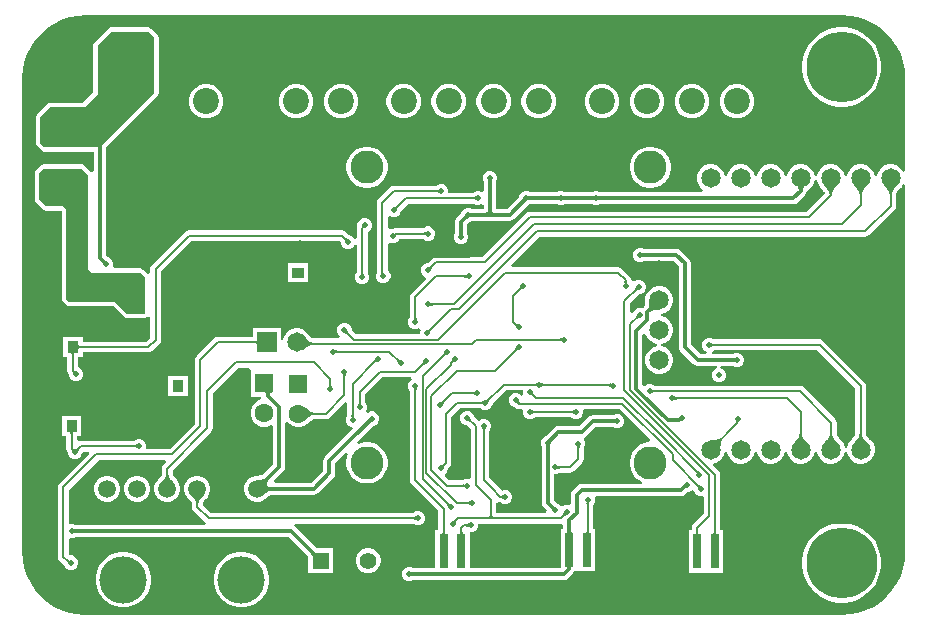
<source format=gbl>
G04*
G04 #@! TF.GenerationSoftware,Altium Limited,Altium Designer,21.2.2 (38)*
G04*
G04 Layer_Physical_Order=2*
G04 Layer_Color=16711680*
%FSTAX24Y24*%
%MOIN*%
G70*
G04*
G04 #@! TF.SameCoordinates,CF9AC677-4E03-495D-8773-30470D0FCF73*
G04*
G04*
G04 #@! TF.FilePolarity,Positive*
G04*
G01*
G75*
%ADD11C,0.0079*%
%ADD12C,0.0315*%
%ADD21R,0.0394X0.0374*%
%ADD27R,0.0433X0.0787*%
%ADD28R,0.0276X0.1142*%
%ADD29R,0.0374X0.0394*%
%ADD70C,0.0118*%
%ADD71C,0.0197*%
%ADD72C,0.0059*%
%ADD74R,0.0551X0.0551*%
%ADD75C,0.0551*%
%ADD76C,0.0650*%
%ADD77C,0.1102*%
%ADD78C,0.2362*%
%ADD79C,0.0866*%
%ADD80C,0.1575*%
%ADD81C,0.0591*%
%ADD82C,0.0630*%
%ADD83R,0.0630X0.0630*%
%ADD84C,0.1654*%
%ADD85R,0.0650X0.0650*%
%ADD86C,0.0197*%
%ADD87R,0.1299X0.0787*%
G36*
X037836Y030218D02*
X038109Y030163D01*
X038372Y030074D01*
X038622Y029951D01*
X038853Y029797D01*
X039062Y029613D01*
X039245Y029404D01*
X0394Y029173D01*
X039523Y028924D01*
X039612Y02866D01*
X039666Y028388D01*
X039684Y028126D01*
X03968Y02811D01*
Y025035D01*
X039602Y025014D01*
X039559Y025087D01*
X039473Y025173D01*
X039368Y025234D01*
X03925Y025266D01*
X039128D01*
X03901Y025234D01*
X038905Y025173D01*
X038819Y025087D01*
X038758Y024982D01*
X038726Y024864D01*
X038652D01*
X03862Y024982D01*
X038559Y025087D01*
X038473Y025173D01*
X038368Y025234D01*
X03825Y025266D01*
X038128D01*
X03801Y025234D01*
X037905Y025173D01*
X037819Y025087D01*
X037758Y024982D01*
X037726Y024864D01*
X037652D01*
X03762Y024982D01*
X037559Y025087D01*
X037473Y025173D01*
X037368Y025234D01*
X03725Y025266D01*
X037128D01*
X03701Y025234D01*
X036905Y025173D01*
X036819Y025087D01*
X036758Y024982D01*
X036726Y024864D01*
X036652D01*
X03662Y024982D01*
X036559Y025087D01*
X036473Y025173D01*
X036368Y025234D01*
X03625Y025266D01*
X036128D01*
X03601Y025234D01*
X035905Y025173D01*
X035819Y025087D01*
X035758Y024982D01*
X035726Y024864D01*
X035652D01*
X03562Y024982D01*
X035559Y025087D01*
X035473Y025173D01*
X035368Y025234D01*
X03525Y025266D01*
X035128D01*
X03501Y025234D01*
X034905Y025173D01*
X034819Y025087D01*
X034758Y024982D01*
X034726Y024864D01*
X034652D01*
X03462Y024982D01*
X034559Y025087D01*
X034473Y025173D01*
X034368Y025234D01*
X03425Y025266D01*
X034128D01*
X03401Y025234D01*
X033905Y025173D01*
X033819Y025087D01*
X033758Y024982D01*
X033726Y024864D01*
X033652D01*
X03362Y024982D01*
X033559Y025087D01*
X033473Y025173D01*
X033368Y025234D01*
X03325Y025266D01*
X033128D01*
X03301Y025234D01*
X032905Y025173D01*
X032819Y025087D01*
X032758Y024982D01*
X032726Y024864D01*
Y024742D01*
X032758Y024625D01*
X032819Y024519D01*
X032905Y024433D01*
X032939Y024413D01*
X032918Y024335D01*
X029503D01*
X029417Y02437D01*
X029323D01*
X029237Y024335D01*
X028322D01*
X028236Y02437D01*
X028142D01*
X028056Y024335D01*
X02718D01*
X027094Y02437D01*
X027D01*
X026913Y024334D01*
X026847Y024268D01*
X026811Y024182D01*
X026413Y023783D01*
X026027D01*
Y02467D01*
X026063Y024756D01*
Y02485D01*
X026027Y024937D01*
X025961Y025003D01*
X025874Y025039D01*
X02578D01*
X025693Y025003D01*
X025627Y024937D01*
X025591Y02485D01*
Y024756D01*
X025626Y02467D01*
Y024378D01*
X025547Y024342D01*
X02548Y02437D01*
X025386D01*
X025299Y024334D01*
X02528Y024314D01*
X024456D01*
X024449Y024325D01*
Y024419D01*
X024413Y024505D01*
X024346Y024572D01*
X02426Y024608D01*
X024166D01*
X024079Y024572D01*
X024058Y024551D01*
X022638D01*
X022569Y024537D01*
X02251Y024498D01*
X022116Y024104D01*
X022077Y024046D01*
X022063Y023976D01*
Y021641D01*
X022066Y021628D01*
X022047Y021582D01*
Y021488D01*
X022083Y021402D01*
X02215Y021335D01*
X022236Y021299D01*
X02233D01*
X022417Y021335D01*
X022484Y021402D01*
X02252Y021488D01*
Y021582D01*
X022484Y021669D01*
X022425Y021728D01*
Y022611D01*
X022503Y022658D01*
X022551Y022638D01*
X022645D01*
X022732Y022674D01*
X022799Y02274D01*
X022812Y022772D01*
X023626D01*
X023646Y022752D01*
X023733Y022717D01*
X023827D01*
X023913Y022752D01*
X02398Y022819D01*
X024016Y022906D01*
Y023D01*
X02398Y023087D01*
X023913Y023153D01*
X023827Y023189D01*
X023733D01*
X023646Y023153D01*
X023626Y023133D01*
X022677D01*
X022608Y02312D01*
X022594Y02311D01*
X022551D01*
X022503Y02309D01*
X022425Y023137D01*
Y023508D01*
X022503Y02354D01*
X022504Y02354D01*
X022591Y023504D01*
X022685D01*
X022772Y02354D01*
X022838Y023606D01*
X022874Y023693D01*
Y023721D01*
X023106Y023953D01*
X02528D01*
X025299Y023934D01*
X025386Y023898D01*
X02548D01*
X025547Y023925D01*
X025626Y02389D01*
Y023783D01*
X025251D01*
X025165Y023819D01*
X025071D01*
X024984Y023783D01*
X024918Y023716D01*
X024882Y023631D01*
X02474Y023488D01*
X024696Y023423D01*
X024681Y023346D01*
Y022967D01*
X024646Y022882D01*
Y022788D01*
X024682Y022701D01*
X024748Y022634D01*
X024835Y022598D01*
X024929D01*
X025016Y022634D01*
X025082Y022701D01*
X025118Y022788D01*
Y022882D01*
X025083Y022967D01*
Y023263D01*
X025166Y023347D01*
X025251Y023382D01*
X026496D01*
X026573Y023397D01*
X026638Y023441D01*
X027095Y023898D01*
X02718Y023933D01*
X028056D01*
X028142Y023898D01*
X028236D01*
X028322Y023933D01*
X029237D01*
X029323Y023898D01*
X029417D01*
X029503Y023933D01*
X035945D01*
X036022Y023948D01*
X036087Y023992D01*
X036331Y024236D01*
X036374Y024301D01*
X03639Y024378D01*
Y024385D01*
X036473Y024433D01*
X036559Y024519D01*
X03662Y024625D01*
X036652Y024742D01*
X036726D01*
X036758Y024625D01*
X036819Y024519D01*
X036854Y024483D01*
X036862Y024472D01*
X036895Y024439D01*
X03695Y024378D01*
X036969Y024353D01*
X036985Y024331D01*
X036997Y024312D01*
X037001Y024303D01*
X036382Y023685D01*
X027165D01*
X027096Y023671D01*
X027038Y023632D01*
X025588Y022182D01*
X024048D01*
X023979Y022168D01*
X023921Y022129D01*
X02376Y021969D01*
X023733D01*
X023646Y021933D01*
X023579Y021866D01*
X023543Y021779D01*
Y021685D01*
X023579Y021598D01*
X023646Y021532D01*
X023673Y021521D01*
X023692Y021428D01*
X023219Y020954D01*
X02318Y020896D01*
X023166Y020827D01*
Y020153D01*
X023146Y020134D01*
X02311Y020047D01*
Y019953D01*
X023146Y019866D01*
X023213Y0198D01*
X023299Y019764D01*
X023393D01*
X023459Y019791D01*
X023521Y019741D01*
X023522Y019738D01*
X023504Y019694D01*
Y0196D01*
X023497Y01959D01*
X021374D01*
X02122Y019744D01*
Y019771D01*
X021185Y019858D01*
X021118Y019925D01*
X021031Y019961D01*
X020937D01*
X02085Y019925D01*
X020784Y019858D01*
X020748Y019771D01*
Y019677D01*
X020784Y019591D01*
X020835Y01954D01*
X020813Y019466D01*
X02081Y019461D01*
X019917D01*
X019915Y019462D01*
X019909Y019464D01*
X019898Y019471D01*
X019883Y019481D01*
X019866Y019496D01*
X019848Y019514D01*
X0198Y019569D01*
X019775Y019604D01*
X019774Y019604D01*
X019768Y019615D01*
X019682Y019701D01*
X019576Y019762D01*
X019459Y019793D01*
X019337D01*
X019219Y019762D01*
X019114Y019701D01*
X019027Y019615D01*
X018967Y019509D01*
X018939Y019406D01*
X01886Y019417D01*
Y019793D01*
X017935D01*
Y019511D01*
X016772D01*
X016703Y019498D01*
X016644Y019458D01*
X016053Y018868D01*
X016014Y018809D01*
X016Y01874D01*
Y01661D01*
X015161Y015771D01*
X014402D01*
X01437Y015819D01*
Y015913D01*
X014334Y016D01*
X014268Y016066D01*
X014181Y016102D01*
X014087D01*
X014Y016066D01*
X01398Y016047D01*
X012205D01*
X012149Y016036D01*
X012098Y016062D01*
X01207Y016084D01*
Y016201D01*
X012215D01*
Y01687D01*
X011565D01*
Y016201D01*
X011709D01*
Y015787D01*
X011723Y015718D01*
X011762Y01566D01*
X011772Y01565D01*
Y015622D01*
X011808Y015535D01*
X011874Y015469D01*
X011961Y015433D01*
X012055D01*
X012142Y015469D01*
X012208Y015535D01*
X012244Y015622D01*
Y01565D01*
X01228Y015686D01*
X012453D01*
X012483Y015613D01*
X011486Y014616D01*
X011447Y014557D01*
X011434Y014488D01*
Y012182D01*
X011447Y012112D01*
X011486Y012054D01*
X011633Y011907D01*
X011642Y011901D01*
X011662Y011853D01*
X011728Y011787D01*
X011815Y011751D01*
X011909D01*
X011996Y011787D01*
X012062Y011853D01*
X012098Y01194D01*
Y012034D01*
X012062Y012121D01*
X011996Y012187D01*
X011909Y012223D01*
X011828D01*
X011795Y012256D01*
Y012763D01*
X011843Y012795D01*
X011937D01*
X012022Y012831D01*
X019129D01*
X01976Y012201D01*
X019776Y012183D01*
X019783Y012174D01*
Y012156D01*
X019783Y012155D01*
X019783Y012153D01*
Y011634D01*
X02061D01*
Y012461D01*
X020091D01*
X020089Y012461D01*
X020088Y012461D01*
X020071D01*
X020047Y01248D01*
X019355Y013173D01*
X019307Y013205D01*
X019325Y013284D01*
X023272D01*
X023291Y013264D01*
X023378Y013228D01*
X023472D01*
X023559Y013264D01*
X023625Y013331D01*
X023661Y013418D01*
Y013512D01*
X023625Y013598D01*
X023559Y013665D01*
X023472Y013701D01*
X023378D01*
X023291Y013665D01*
X023272Y013645D01*
X016532D01*
X016259Y013917D01*
Y013978D01*
X016259Y013979D01*
X016262Y013987D01*
X016268Y013999D01*
X016278Y014015D01*
X016292Y014035D01*
X016308Y014056D01*
X016356Y01411D01*
X016385Y014139D01*
X016393Y01415D01*
X016425Y014183D01*
X016482Y014282D01*
X016512Y014392D01*
Y014506D01*
X016482Y014616D01*
X016425Y014715D01*
X016345Y014795D01*
X016246Y014852D01*
X016136Y014882D01*
X016022D01*
X015912Y014852D01*
X015813Y014795D01*
X015732Y014715D01*
X015675Y014616D01*
X015646Y014506D01*
Y014392D01*
X015675Y014282D01*
X015732Y014183D01*
X015765Y01415D01*
X015772Y014139D01*
X015801Y01411D01*
X015849Y014056D01*
X015866Y014035D01*
X015879Y014015D01*
X015889Y013999D01*
X015895Y013987D01*
X015898Y013979D01*
X015898Y013978D01*
Y013843D01*
X015912Y013773D01*
X015951Y013715D01*
X016329Y013337D01*
X016368Y013311D01*
X016344Y013232D01*
X012022D01*
X011937Y013268D01*
X011843D01*
X011795Y0133D01*
Y014413D01*
X012791Y01541D01*
X015012D01*
X015042Y015337D01*
X014951Y015246D01*
X014912Y015187D01*
X014898Y015118D01*
Y014919D01*
X014898Y014919D01*
X014895Y014911D01*
X014889Y014899D01*
X014879Y014883D01*
X014866Y014863D01*
X014849Y014842D01*
X014801Y014788D01*
X014772Y014759D01*
X014765Y014747D01*
X014732Y014715D01*
X014675Y014616D01*
X014646Y014506D01*
Y014392D01*
X014675Y014282D01*
X014732Y014183D01*
X014813Y014102D01*
X014912Y014045D01*
X015022Y014016D01*
X015136D01*
X015246Y014045D01*
X015345Y014102D01*
X015425Y014183D01*
X015482Y014282D01*
X015512Y014392D01*
Y014506D01*
X015482Y014616D01*
X015425Y014715D01*
X015393Y014747D01*
X015385Y014759D01*
X015356Y014788D01*
X015308Y014842D01*
X015292Y014863D01*
X015278Y014883D01*
X015268Y014899D01*
X015262Y014911D01*
X015259Y014919D01*
X015259Y014919D01*
Y015043D01*
X016545Y016329D01*
X016584Y016388D01*
X016598Y016457D01*
Y017633D01*
X017446Y018481D01*
X017808D01*
X017854Y018421D01*
X017854Y018402D01*
Y017516D01*
X018178D01*
X018196Y017502D01*
X018202Y017467D01*
X018164Y017399D01*
X018132Y01739D01*
X018029Y017331D01*
X017945Y017247D01*
X017885Y017143D01*
X017854Y017028D01*
Y016909D01*
X017885Y016794D01*
X017945Y016691D01*
X018029Y016606D01*
X018132Y016547D01*
X018247Y016516D01*
X018367D01*
X018482Y016547D01*
X018532Y016575D01*
X01861Y01653D01*
Y015264D01*
X018261Y014915D01*
X018258Y014913D01*
X018249Y014908D01*
X018236Y014903D01*
X01822Y014898D01*
X0182Y014893D01*
X018178Y01489D01*
X018116Y014885D01*
X01808Y014885D01*
X018068Y014882D01*
X018022D01*
X017912Y014852D01*
X017813Y014795D01*
X017732Y014715D01*
X017675Y014616D01*
X017646Y014506D01*
Y014392D01*
X017675Y014282D01*
X017732Y014183D01*
X017813Y014102D01*
X017912Y014045D01*
X018022Y014016D01*
X018136D01*
X018246Y014045D01*
X018345Y014102D01*
X018376Y014134D01*
X018386Y01414D01*
X018439Y014189D01*
X018459Y014206D01*
X018478Y01422D01*
X018496Y014231D01*
X018511Y014239D01*
X018524Y014244D01*
X018534Y014247D01*
X018538Y014248D01*
X019961D01*
X020037Y014263D01*
X020103Y014307D01*
X020614Y014819D01*
X020658Y014884D01*
X020673Y014961D01*
Y015287D01*
X021043Y015657D01*
X02111Y015613D01*
X02107Y015516D01*
X021043Y015383D01*
Y015247D01*
X02107Y015114D01*
X021122Y014989D01*
X021197Y014876D01*
X021293Y01478D01*
X021406Y014704D01*
X021531Y014652D01*
X021664Y014626D01*
X0218D01*
X021933Y014652D01*
X022059Y014704D01*
X022171Y01478D01*
X022267Y014876D01*
X022343Y014989D01*
X022395Y015114D01*
X022421Y015247D01*
Y015383D01*
X022395Y015516D01*
X022343Y015641D01*
X022267Y015754D01*
X022171Y01585D01*
X022059Y015926D01*
X021933Y015977D01*
X0218Y016004D01*
X021664D01*
X021531Y015977D01*
X021435Y015937D01*
X02139Y016004D01*
X021425Y016039D01*
X021425Y016039D01*
X021937Y016551D01*
X022023Y016587D01*
X022089Y016653D01*
X022125Y01674D01*
Y016834D01*
X022089Y016921D01*
X022023Y016987D01*
X021936Y017023D01*
X021842D01*
X021755Y016987D01*
X021696Y017032D01*
X021732Y017118D01*
Y017212D01*
X021696Y017299D01*
X021677Y017319D01*
Y017602D01*
X022235Y018161D01*
X023216D01*
X023232Y018082D01*
X023213Y018074D01*
X023146Y018008D01*
X02311Y017921D01*
Y017827D01*
X023146Y01774D01*
X023166Y017721D01*
Y014724D01*
X02318Y014655D01*
X023219Y014597D01*
X024111Y013705D01*
Y013071D01*
X024016D01*
Y011807D01*
X023283D01*
X023197Y011843D01*
X023103D01*
X023016Y011807D01*
X02295Y01174D01*
X022914Y011654D01*
Y01156D01*
X02295Y011473D01*
X023016Y011406D01*
X023103Y01137D01*
X023197D01*
X023283Y011406D01*
X0283D01*
X028376Y011421D01*
X028441Y011465D01*
X028606Y01163D01*
X028649Y011693D01*
X02876D01*
Y011693D01*
X028799Y011693D01*
Y011693D01*
X02935D01*
Y01311D01*
X029275D01*
Y013902D01*
X029295Y013921D01*
X029331Y014008D01*
Y014102D01*
X029321Y014124D01*
X029374Y014203D01*
X032198D01*
X032275Y014218D01*
X03234Y014262D01*
X032427Y014349D01*
X032448D01*
X032535Y014385D01*
X032556Y014406D01*
X032579Y014405D01*
X032644Y014382D01*
X03267Y014318D01*
X032737Y014252D01*
X032824Y014216D01*
X032918D01*
X032969Y014181D01*
Y013618D01*
X032608Y013258D01*
X032569Y013199D01*
X032556Y01313D01*
Y013071D01*
X032461D01*
Y011654D01*
X033012D01*
Y011654D01*
X033051Y011654D01*
Y011654D01*
X033602D01*
Y013071D01*
X033507D01*
Y014908D01*
X033494Y014977D01*
X033454Y015035D01*
X033278Y015212D01*
X033302Y015299D01*
X033368Y015317D01*
X033473Y015378D01*
X033559Y015464D01*
X03362Y015569D01*
X033652Y015687D01*
X033726D01*
X033758Y015569D01*
X033819Y015464D01*
X033905Y015378D01*
X03401Y015317D01*
X034128Y015285D01*
X03425D01*
X034368Y015317D01*
X034473Y015378D01*
X034559Y015464D01*
X03462Y015569D01*
X034652Y015687D01*
X034726D01*
X034758Y015569D01*
X034819Y015464D01*
X034905Y015378D01*
X03501Y015317D01*
X035128Y015285D01*
X03525D01*
X035368Y015317D01*
X035473Y015378D01*
X035559Y015464D01*
X03562Y015569D01*
X035652Y015687D01*
X035726D01*
X035758Y015569D01*
X035819Y015464D01*
X035905Y015378D01*
X03601Y015317D01*
X036128Y015285D01*
X03625D01*
X036368Y015317D01*
X036473Y015378D01*
X036559Y015464D01*
X03662Y015569D01*
X036652Y015687D01*
X036726D01*
X036758Y015569D01*
X036819Y015464D01*
X036905Y015378D01*
X03701Y015317D01*
X037128Y015285D01*
X03725D01*
X037368Y015317D01*
X037473Y015378D01*
X037559Y015464D01*
X03762Y015569D01*
X037652Y015687D01*
X037726D01*
X037758Y015569D01*
X037819Y015464D01*
X037905Y015378D01*
X03801Y015317D01*
X038128Y015285D01*
X03825D01*
X038368Y015317D01*
X038473Y015378D01*
X038559Y015464D01*
X03862Y015569D01*
X038652Y015687D01*
Y015809D01*
X03862Y015927D01*
X038559Y016032D01*
X038524Y016068D01*
X038516Y016079D01*
X038483Y016112D01*
X038428Y016174D01*
X038409Y016198D01*
X038393Y016221D01*
X038381Y01624D01*
X038374Y016254D01*
X03837Y016264D01*
X03837Y016266D01*
Y017874D01*
X038356Y017943D01*
X038317Y018002D01*
X036949Y01937D01*
X03689Y019409D01*
X036821Y019423D01*
X033293D01*
X033274Y019442D01*
X033187Y019478D01*
X033093D01*
X033006Y019442D01*
X03294Y019376D01*
X032904Y019289D01*
Y019195D01*
X03294Y019108D01*
X033006Y019042D01*
X03306Y01902D01*
X033044Y018941D01*
X032839D01*
X032524Y019256D01*
Y021969D01*
X032508Y022045D01*
X032465Y02211D01*
X032183Y022392D01*
X032118Y022435D01*
X032041Y022451D01*
X030964D01*
X030886Y022483D01*
X030792D01*
X030705Y022447D01*
X030638Y022381D01*
X030603Y022294D01*
Y0222D01*
X030638Y022113D01*
X030705Y022047D01*
X030792Y022011D01*
X030886D01*
X030973Y022047D01*
X030975Y022049D01*
X031958D01*
X032122Y021885D01*
Y019173D01*
X032137Y019096D01*
X032181Y019031D01*
X032614Y018598D01*
X032679Y018555D01*
X032756Y018539D01*
X033408D01*
X033418Y018465D01*
X033331Y018429D01*
X033264Y018362D01*
X033228Y018275D01*
Y018181D01*
X033264Y018095D01*
X033331Y018028D01*
X033418Y017992D01*
X033512D01*
X033598Y018028D01*
X033665Y018095D01*
X033701Y018181D01*
Y018275D01*
X033665Y018362D01*
X033598Y018429D01*
X033512Y018465D01*
X033521Y018539D01*
X033922D01*
X034008Y018504D01*
X034102D01*
X034189Y01854D01*
X034255Y018606D01*
X034291Y018693D01*
Y018787D01*
X034255Y018874D01*
X034189Y01894D01*
X034102Y018976D01*
X034008D01*
X033922Y018941D01*
X033235D01*
X03322Y01902D01*
X033274Y019042D01*
X033293Y019061D01*
X036746D01*
X038008Y017799D01*
Y016266D01*
X038008Y016264D01*
X038004Y016254D01*
X037997Y01624D01*
X037985Y016221D01*
X037971Y016201D01*
X037894Y016111D01*
X037862Y016079D01*
X037854Y016068D01*
X037819Y016032D01*
X037758Y015927D01*
X037726Y015809D01*
X037652D01*
X03762Y015927D01*
X037559Y016032D01*
X037537Y016054D01*
X037533Y016061D01*
X03747Y016133D01*
X037425Y016192D01*
X037409Y016215D01*
X037398Y016236D01*
X03739Y016252D01*
X037386Y016262D01*
X037385Y016264D01*
Y016654D01*
X037372Y016723D01*
X037332Y016781D01*
X036287Y017826D01*
X036229Y017865D01*
X03616Y017879D01*
X031307D01*
X031288Y017899D01*
X031201Y017935D01*
X031107D01*
X03102Y017899D01*
X030988Y017867D01*
X030909Y017899D01*
Y019576D01*
X030954Y019613D01*
X031037Y019587D01*
X031045Y019558D01*
X031106Y019452D01*
X031192Y019366D01*
X031298Y019305D01*
X031415Y019274D01*
Y019199D01*
X031298Y019167D01*
X031192Y019106D01*
X031106Y01902D01*
X031045Y018915D01*
X031014Y018797D01*
Y018675D01*
X031045Y018558D01*
X031106Y018452D01*
X031192Y018366D01*
X031298Y018305D01*
X031415Y018274D01*
X031537D01*
X031655Y018305D01*
X03176Y018366D01*
X031847Y018452D01*
X031907Y018558D01*
X031939Y018675D01*
Y018797D01*
X031907Y018915D01*
X031847Y01902D01*
X03176Y019106D01*
X031655Y019167D01*
X031537Y019199D01*
Y019274D01*
X031655Y019305D01*
X03176Y019366D01*
X031847Y019452D01*
X031907Y019558D01*
X031939Y019675D01*
Y019797D01*
X031907Y019915D01*
X031847Y02002D01*
X03176Y020106D01*
X031655Y020167D01*
X031537Y020199D01*
Y020274D01*
X031655Y020305D01*
X03176Y020366D01*
X031847Y020452D01*
X031907Y020558D01*
X031939Y020675D01*
Y020797D01*
X031907Y020915D01*
X031847Y02102D01*
X03176Y021106D01*
X031655Y021167D01*
X031537Y021199D01*
X031415D01*
X031298Y021167D01*
X031192Y021106D01*
X031106Y02102D01*
X031045Y020915D01*
X031014Y020797D01*
Y020748D01*
X031011Y020737D01*
X031009Y020654D01*
X031006Y020623D01*
X031002Y020594D01*
X030996Y02057D01*
X030991Y020551D01*
X030985Y020535D01*
X030979Y020525D01*
X030976Y02052D01*
X030942Y020485D01*
X030923Y020457D01*
X030873Y020478D01*
X030779D01*
X030692Y020442D01*
X030626Y020376D01*
X030599Y020312D01*
X030574Y020296D01*
X030496Y02034D01*
X030496Y020341D01*
Y020627D01*
X030806Y020937D01*
X030833D01*
X03092Y020973D01*
X030987Y02104D01*
X031023Y021127D01*
Y021221D01*
X030987Y021307D01*
X03092Y021374D01*
X030833Y02141D01*
X030739D01*
X030653Y021374D01*
X030638Y021359D01*
X030607Y021357D01*
X030535Y021417D01*
X030521Y021486D01*
X030482Y021545D01*
X030246Y021781D01*
X030187Y02182D01*
X030118Y021834D01*
X026563D01*
X026532Y021907D01*
X027476Y022851D01*
X038346D01*
X038416Y022865D01*
X038474Y022904D01*
X039317Y023746D01*
X039356Y023805D01*
X03937Y023874D01*
Y024285D01*
X03937Y024287D01*
X039374Y024297D01*
X039381Y024312D01*
X039393Y024331D01*
X039407Y024351D01*
X039484Y02444D01*
X039516Y024472D01*
X039524Y024483D01*
X039559Y024519D01*
X039602Y024593D01*
X03968Y024572D01*
Y012362D01*
X039684Y012346D01*
X039666Y012085D01*
X039612Y011812D01*
X039523Y011549D01*
X0394Y011299D01*
X039245Y011068D01*
X039062Y010859D01*
X038853Y010676D01*
X038622Y010521D01*
X038372Y010398D01*
X038109Y010309D01*
X037836Y010255D01*
X037575Y010238D01*
X037559Y010241D01*
X012441D01*
X012441Y010241D01*
X012362Y010241D01*
X012284Y010242D01*
X012085Y010255D01*
X011812Y010309D01*
X011549Y010398D01*
X011299Y010521D01*
X011068Y010676D01*
X010859Y010859D01*
X010676Y011068D01*
X010521Y011299D01*
X010398Y011549D01*
X010309Y011812D01*
X010255Y012085D01*
X010238Y012346D01*
X010241Y012362D01*
Y028031D01*
X010241Y028032D01*
X010241Y02811D01*
X010242Y028189D01*
X010255Y028388D01*
X010309Y02866D01*
X010398Y028924D01*
X010521Y029173D01*
X010676Y029404D01*
X010859Y029613D01*
X011068Y029797D01*
X011299Y029951D01*
X011549Y030074D01*
X011812Y030163D01*
X012085Y030218D01*
X012346Y030235D01*
X012362Y030232D01*
X037559D01*
X037575Y030235D01*
X037836Y030218D01*
D02*
G37*
G36*
X025894Y02473D02*
X025892Y024727D01*
X025891Y024723D01*
X025889Y024717D01*
X025888Y024711D01*
X025887Y024696D01*
X025886Y024676D01*
X025886Y024665D01*
X025768D01*
X025768Y024676D01*
X025765Y024711D01*
X025764Y024717D01*
X025763Y024723D01*
X025761Y024727D01*
X02576Y02473D01*
X025758Y024733D01*
X025896D01*
X025894Y02473D01*
D02*
G37*
G36*
X036295Y024495D02*
X036285Y024488D01*
X036276Y02448D01*
X036269Y02447D01*
X036263Y024458D01*
X036257Y024445D01*
X036253Y024431D01*
X03625Y024415D01*
X036249Y024397D01*
X036248Y024378D01*
X03613D01*
X036129Y024397D01*
X036128Y024415D01*
X036125Y024431D01*
X036121Y024445D01*
X036115Y024458D01*
X036109Y02447D01*
X036101Y02448D01*
X036093Y024488D01*
X036083Y024495D01*
X036072Y0245D01*
X036306D01*
X036295Y024495D01*
D02*
G37*
G36*
X024143Y024302D02*
X024137Y024307D01*
X024131Y024312D01*
X024124Y024316D01*
X024117Y02432D01*
X024109Y024323D01*
X024101Y024326D01*
X024092Y024328D01*
X024083Y02433D01*
X024074Y02433D01*
X024064Y024331D01*
X024063Y024409D01*
X024072Y02441D01*
X024082Y024411D01*
X024091Y024412D01*
X024099Y024414D01*
X024107Y024417D01*
X024115Y02442D01*
X024122Y024424D01*
X024129Y024429D01*
X024135Y024434D01*
X024141Y024439D01*
X024143Y024302D01*
D02*
G37*
G36*
X039381Y024535D02*
X039296Y024437D01*
X039275Y024408D01*
X039258Y02438D01*
X039245Y024354D01*
X039236Y02433D01*
X03923Y024307D01*
X039228Y024286D01*
X03915D01*
X039148Y024307D01*
X039142Y02433D01*
X039133Y024354D01*
X03912Y02438D01*
X039103Y024408D01*
X039082Y024437D01*
X039057Y024468D01*
X038997Y024535D01*
X038962Y024571D01*
X039416D01*
X039381Y024535D01*
D02*
G37*
G36*
X038381D02*
X038296Y024437D01*
X038275Y024408D01*
X038258Y02438D01*
X038245Y024354D01*
X038236Y02433D01*
X03823Y024307D01*
X038228Y024286D01*
X03815D01*
X038148Y024307D01*
X038142Y02433D01*
X038133Y024354D01*
X03812Y02438D01*
X038103Y024408D01*
X038082Y024437D01*
X038057Y024468D01*
X037997Y024535D01*
X037962Y024571D01*
X038416D01*
X038381Y024535D01*
D02*
G37*
G36*
X037381D02*
X037296Y024437D01*
X037275Y024408D01*
X037258Y02438D01*
X037245Y024354D01*
X037236Y02433D01*
X03723Y024307D01*
X037228Y024286D01*
X03715D01*
X037148Y024307D01*
X037142Y02433D01*
X037133Y024354D01*
X03712Y02438D01*
X037103Y024408D01*
X037082Y024437D01*
X037057Y024468D01*
X036997Y024535D01*
X036962Y024571D01*
X037416D01*
X037381Y024535D01*
D02*
G37*
G36*
X029443Y024201D02*
X029446Y024199D01*
X029451Y024198D01*
X029456Y024196D01*
X029462Y024195D01*
X029478Y024194D01*
X029497Y024193D01*
X029508Y024193D01*
Y024075D01*
X029497Y024075D01*
X029462Y024072D01*
X029456Y024071D01*
X029451Y02407D01*
X029446Y024069D01*
X029443Y024067D01*
X02944Y024065D01*
Y024203D01*
X029443Y024201D01*
D02*
G37*
G36*
X0293Y024065D02*
X029297Y024067D01*
X029294Y024069D01*
X02929Y02407D01*
X029284Y024071D01*
X029278Y024072D01*
X029263Y024074D01*
X029243Y024075D01*
X029232Y024075D01*
Y024193D01*
X029243Y024193D01*
X029278Y024195D01*
X029284Y024196D01*
X02929Y024198D01*
X029294Y024199D01*
X029297Y024201D01*
X0293Y024203D01*
Y024065D01*
D02*
G37*
G36*
X028262Y024201D02*
X028265Y024199D01*
X028269Y024198D01*
X028275Y024196D01*
X028281Y024195D01*
X028296Y024194D01*
X028316Y024193D01*
X028327Y024193D01*
Y024075D01*
X028316Y024075D01*
X028281Y024072D01*
X028275Y024071D01*
X028269Y02407D01*
X028265Y024069D01*
X028262Y024067D01*
X028259Y024065D01*
Y024203D01*
X028262Y024201D01*
D02*
G37*
G36*
X028119Y024065D02*
X028116Y024067D01*
X028113Y024069D01*
X028109Y02407D01*
X028103Y024071D01*
X028097Y024072D01*
X028082Y024074D01*
X028062Y024075D01*
X028051Y024075D01*
Y024193D01*
X028062Y024193D01*
X028097Y024195D01*
X028103Y024196D01*
X028109Y024198D01*
X028113Y024199D01*
X028116Y024201D01*
X028119Y024203D01*
Y024065D01*
D02*
G37*
G36*
X02712Y024201D02*
X027123Y024199D01*
X027128Y024198D01*
X027133Y024196D01*
X027139Y024195D01*
X027155Y024194D01*
X027174Y024193D01*
X027185Y024193D01*
Y024075D01*
X027174Y024075D01*
X027139Y024072D01*
X027133Y024071D01*
X027128Y02407D01*
X027123Y024069D01*
X02712Y024067D01*
X027118Y024065D01*
Y024203D01*
X02712Y024201D01*
D02*
G37*
G36*
X025363Y024065D02*
X025357Y024071D01*
X02535Y024076D01*
X025344Y02408D01*
X025336Y024084D01*
X025329Y024087D01*
X02532Y02409D01*
X025312Y024092D01*
X025303Y024093D01*
X025294Y024094D01*
X025284Y024094D01*
Y024173D01*
X025294Y024174D01*
X025303Y024174D01*
X025312Y024176D01*
X02532Y024178D01*
X025329Y024181D01*
X025336Y024184D01*
X025344Y024188D01*
X02535Y024192D01*
X025357Y024197D01*
X025363Y024203D01*
Y024065D01*
D02*
G37*
G36*
X027046Y024035D02*
X027043Y024035D01*
X02704Y024034D01*
X027036Y024032D01*
X027031Y024029D01*
X027026Y024025D01*
X027014Y024016D01*
X026999Y024002D01*
X026992Y023995D01*
X026908Y024078D01*
X026916Y024086D01*
X026939Y024112D01*
X026942Y024118D01*
X026945Y024122D01*
X026947Y024126D01*
X026948Y02413D01*
X026949Y024133D01*
X027046Y024035D01*
D02*
G37*
G36*
X022771Y023818D02*
X022764Y023811D01*
X022758Y023803D01*
X022753Y023796D01*
X022749Y023789D01*
X022745Y023781D01*
X022742Y023773D01*
X022739Y023765D01*
X022737Y023757D01*
X022736Y023749D01*
X022736Y023741D01*
X022639Y023839D01*
X022647Y023839D01*
X022655Y02384D01*
X022663Y023842D01*
X022671Y023844D01*
X022679Y023847D01*
X022686Y023851D01*
X022694Y023856D01*
X022701Y023861D01*
X022708Y023867D01*
X022715Y023874D01*
X022771Y023818D01*
D02*
G37*
G36*
X025887Y023737D02*
X025891Y023717D01*
X025896Y0237D01*
X025905Y023684D01*
X025915Y023671D01*
X025928Y023661D01*
X025944Y023652D01*
X025961Y023646D01*
X025982Y023643D01*
X026004Y023642D01*
Y023642D01*
D01*
X026004D01*
X025945Y023524D01*
X025827D01*
X025827Y023524D01*
D01*
X025827D01*
X02565Y023642D01*
X02565D01*
X02565Y023642D01*
X025672Y023643D01*
X025692Y023646D01*
X02571Y023652D01*
X025717Y023656D01*
X025725Y023661D01*
X025736Y023669D01*
X025738Y023671D01*
X025749Y023684D01*
X025757Y0237D01*
X025763Y023717D01*
X025767Y023737D01*
X025768Y02376D01*
X025768D01*
Y02376D01*
X025886D01*
X025887Y023737D01*
D02*
G37*
G36*
X025191Y02365D02*
X025194Y023648D01*
X025199Y023647D01*
X025204Y023645D01*
X02521Y023644D01*
X025226Y023643D01*
X025245Y023642D01*
X025256Y023642D01*
Y023524D01*
X025245Y023524D01*
X02521Y023521D01*
X025204Y02352D01*
X025199Y023519D01*
X025194Y023517D01*
X025191Y023516D01*
X025188Y023514D01*
Y023652D01*
X025191Y02365D01*
D02*
G37*
G36*
X025117Y023484D02*
X025114Y023484D01*
X025111Y023483D01*
X025106Y023481D01*
X025102Y023478D01*
X025097Y023474D01*
X025085Y023464D01*
X02507Y023451D01*
X025062Y023443D01*
X024979Y023527D01*
X024987Y023535D01*
X02501Y023561D01*
X025013Y023566D01*
X025016Y023571D01*
X025018Y023575D01*
X025019Y023579D01*
X02502Y023582D01*
X025117Y023484D01*
D02*
G37*
G36*
X024941Y022961D02*
X024943Y022927D01*
X024944Y02292D01*
X024946Y022915D01*
X024947Y022911D01*
X024949Y022907D01*
X024951Y022905D01*
X024813D01*
X024815Y022907D01*
X024817Y022911D01*
X024818Y022915D01*
X024819Y02292D01*
X02482Y022927D01*
X024822Y022942D01*
X024823Y022961D01*
X024823Y022972D01*
X024941D01*
X024941Y022961D01*
D02*
G37*
G36*
X023709Y022884D02*
X023703Y022889D01*
X023697Y022894D01*
X02369Y022899D01*
X023683Y022903D01*
X023675Y022906D01*
X023667Y022909D01*
X023658Y022911D01*
X023649Y022912D01*
X02364Y022913D01*
X02363Y022913D01*
Y022992D01*
X02364Y022992D01*
X023649Y022993D01*
X023658Y022995D01*
X023667Y022997D01*
X023675Y023D01*
X023683Y023003D01*
X02369Y023007D01*
X023697Y023011D01*
X023703Y023016D01*
X023709Y023022D01*
Y022884D01*
D02*
G37*
G36*
X030909Y022316D02*
X030912Y022315D01*
X030917Y022313D01*
X030922Y022312D01*
X030928Y022311D01*
X030944Y02231D01*
X030963Y022309D01*
X030974Y022309D01*
X030979Y022191D01*
X030968Y022191D01*
X030933Y022188D01*
X030927Y022187D01*
X030921Y022186D01*
X030917Y022184D01*
X030914Y022182D01*
X030911Y02218D01*
X030907Y022318D01*
X030909Y022316D01*
D02*
G37*
G36*
X023913Y02181D02*
X023906Y021803D01*
X0239Y021796D01*
X023895Y021788D01*
X02389Y021781D01*
X023886Y021773D01*
X023883Y021765D01*
X023881Y021758D01*
X023879Y02175D01*
X023878Y021741D01*
X023878Y021733D01*
X023781Y021831D01*
X023789Y021831D01*
X023797Y021832D01*
X023805Y021834D01*
X023813Y021836D01*
X02382Y021839D01*
X023828Y021843D01*
X023835Y021848D01*
X023843Y021853D01*
X02385Y021859D01*
X023857Y021866D01*
X023913Y02181D01*
D02*
G37*
G36*
X025058Y021458D02*
X025052Y021463D01*
X025045Y021468D01*
X025039Y021473D01*
X025031Y021477D01*
X025024Y02148D01*
X025015Y021483D01*
X025007Y021485D01*
X024998Y021486D01*
X024989Y021487D01*
X024979Y021487D01*
Y021566D01*
X024989Y021566D01*
X024998Y021567D01*
X025007Y021569D01*
X025015Y021571D01*
X025024Y021573D01*
X025031Y021577D01*
X025039Y021581D01*
X025045Y021585D01*
X025052Y02159D01*
X025058Y021596D01*
Y021458D01*
D02*
G37*
G36*
X030394Y02136D02*
X030395Y021351D01*
X030396Y021342D01*
X030398Y021333D01*
X030401Y021325D01*
X030404Y021317D01*
X030408Y02131D01*
X030413Y021303D01*
X030418Y021297D01*
X030423Y021291D01*
X030285D01*
X030291Y021297D01*
X030296Y021303D01*
X0303Y02131D01*
X030304Y021317D01*
X030308Y021325D01*
X03031Y021333D01*
X030312Y021342D01*
X030314Y021351D01*
X030315Y02136D01*
X030315Y02137D01*
X030394D01*
X030394Y02136D01*
D02*
G37*
G36*
X026937Y021106D02*
X026929Y021106D01*
X026921Y021105D01*
X026913Y021104D01*
X026905Y021101D01*
X026898Y021098D01*
X02689Y021094D01*
X026883Y02109D01*
X026875Y021084D01*
X026868Y021078D01*
X026861Y021072D01*
X026805Y021127D01*
X026812Y021134D01*
X026818Y021142D01*
X026823Y021149D01*
X026828Y021156D01*
X026832Y021164D01*
X026835Y021172D01*
X026837Y02118D01*
X026839Y021188D01*
X02684Y021196D01*
X02684Y021204D01*
X026937Y021106D01*
D02*
G37*
G36*
X030785Y021075D02*
X030777Y021075D01*
X030769Y021074D01*
X030761Y021072D01*
X030753Y02107D01*
X030746Y021067D01*
X030738Y021063D01*
X03073Y021058D01*
X030723Y021053D01*
X030716Y021047D01*
X030709Y02104D01*
X030653Y021096D01*
X03066Y021103D01*
X030666Y02111D01*
X030671Y021118D01*
X030676Y021125D01*
X030679Y021133D01*
X030683Y02114D01*
X030685Y021148D01*
X030687Y021156D01*
X030688Y021164D01*
X030688Y021173D01*
X030785Y021075D01*
D02*
G37*
G36*
X023856Y020654D02*
X023862Y020649D01*
X023869Y020644D01*
X023876Y020641D01*
X023884Y020637D01*
X023892Y020635D01*
X023901Y020633D01*
X02391Y020631D01*
X023919Y02063D01*
X023929Y02063D01*
Y020551D01*
X023919Y020551D01*
X02391Y02055D01*
X023901Y020549D01*
X023892Y020546D01*
X023884Y020544D01*
X023876Y020541D01*
X023869Y020537D01*
X023862Y020532D01*
X023856Y020527D01*
X02385Y020522D01*
Y020659D01*
X023856Y020654D01*
D02*
G37*
G36*
X031473Y020411D02*
X031428Y020411D01*
X031345Y020405D01*
X031309Y0204D01*
X031276Y020392D01*
X031245Y020384D01*
X031218Y020373D01*
X031194Y020361D01*
X031173Y020347D01*
X031154Y020331D01*
X031071Y020414D01*
X031087Y020432D01*
X031101Y020454D01*
X031113Y020478D01*
X031124Y020505D01*
X031133Y020535D01*
X03114Y020569D01*
X031145Y020605D01*
X031149Y020645D01*
X031152Y020733D01*
X031473Y020411D01*
D02*
G37*
G36*
X030825Y020143D02*
X030817Y020143D01*
X030809Y020142D01*
X030801Y020141D01*
X030793Y020138D01*
X030785Y020135D01*
X030778Y020131D01*
X03077Y020127D01*
X030763Y020121D01*
X030755Y020115D01*
X030748Y020109D01*
X030693Y020164D01*
X030699Y020171D01*
X030705Y020179D01*
X030711Y020186D01*
X030715Y020193D01*
X030719Y020201D01*
X030722Y020209D01*
X030725Y020217D01*
X030726Y020225D01*
X030727Y020233D01*
X030728Y020241D01*
X030825Y020143D01*
D02*
G37*
G36*
X023386Y020139D02*
X023387Y02013D01*
X023388Y020121D01*
X023391Y020113D01*
X023393Y020104D01*
X023396Y020097D01*
X0234Y02009D01*
X023405Y020083D01*
X02341Y020076D01*
X023415Y02007D01*
X023278D01*
X023283Y020076D01*
X023288Y020083D01*
X023293Y02009D01*
X023296Y020097D01*
X0233Y020104D01*
X023302Y020113D01*
X023304Y020121D01*
X023306Y02013D01*
X023307Y020139D01*
X023307Y020149D01*
X023386D01*
X023386Y020139D01*
D02*
G37*
G36*
X026718Y019956D02*
X026725Y01995D01*
X026733Y019945D01*
X02674Y01994D01*
X026748Y019936D01*
X026756Y019933D01*
X026763Y019931D01*
X026771Y019929D01*
X026779Y019928D01*
X026788Y019928D01*
X02669Y01983D01*
X02669Y019839D01*
X026689Y019847D01*
X026687Y019855D01*
X026685Y019863D01*
X026682Y01987D01*
X026678Y019878D01*
X026673Y019885D01*
X026668Y019893D01*
X026662Y0199D01*
X026655Y019907D01*
X026711Y019963D01*
X026718Y019956D01*
D02*
G37*
G36*
X023874Y019725D02*
X023867Y019718D01*
X023861Y019711D01*
X023856Y019703D01*
X023851Y019696D01*
X023847Y019688D01*
X023844Y01968D01*
X023842Y019672D01*
X02384Y019665D01*
X023839Y019656D01*
X023839Y019648D01*
X023741Y019746D01*
X023749Y019746D01*
X023757Y019747D01*
X023765Y019749D01*
X023773Y019751D01*
X023781Y019754D01*
X023789Y019758D01*
X023796Y019763D01*
X023803Y019768D01*
X023811Y019774D01*
X023818Y019781D01*
X023874Y019725D01*
D02*
G37*
G36*
X021083Y019715D02*
X021084Y019707D01*
X021086Y019699D01*
X021088Y019691D01*
X021091Y019684D01*
X021095Y019676D01*
X0211Y019668D01*
X021105Y019661D01*
X021111Y019654D01*
X021118Y019647D01*
X021062Y019591D01*
X021055Y019598D01*
X021048Y019604D01*
X02104Y019609D01*
X021033Y019614D01*
X021025Y019617D01*
X021017Y019621D01*
X02101Y019623D01*
X021002Y019625D01*
X020993Y019626D01*
X020985Y019626D01*
X021083Y019723D01*
X021083Y019715D01*
D02*
G37*
G36*
X028231Y019347D02*
X028226Y019353D01*
X02822Y019358D01*
X028213Y019363D01*
X028206Y019367D01*
X028199Y01937D01*
X028191Y019373D01*
X028183Y019376D01*
X028174Y019377D01*
X028164Y019378D01*
X028155Y019378D01*
X028162Y019457D01*
X028172Y019457D01*
X028181Y019458D01*
X02819Y01946D01*
X028199Y019461D01*
X028207Y019464D01*
X028215Y019467D01*
X028222Y01947D01*
X02823Y019474D01*
X028236Y019479D01*
X028243Y019484D01*
X028231Y019347D01*
D02*
G37*
G36*
X018075Y019252D02*
X018074Y019259D01*
X018072Y019266D01*
X018068Y019272D01*
X018062Y019277D01*
X018055Y019282D01*
X018046Y019285D01*
X018036Y019288D01*
X018024Y01929D01*
X01801Y019291D01*
X017995Y019291D01*
Y01937D01*
X01801Y01937D01*
X018024Y019372D01*
X018036Y019374D01*
X018046Y019376D01*
X018055Y01938D01*
X018062Y019384D01*
X018068Y019389D01*
X018072Y019395D01*
X018074Y019402D01*
X018075Y019409D01*
Y019252D01*
D02*
G37*
G36*
X033216Y019305D02*
X033222Y0193D01*
X033229Y019296D01*
X033237Y019292D01*
X033244Y019289D01*
X033252Y019286D01*
X033261Y019284D01*
X03327Y019283D01*
X033279Y019282D01*
X033289Y019282D01*
Y019203D01*
X033279Y019202D01*
X03327Y019202D01*
X033261Y0192D01*
X033252Y019198D01*
X033244Y019195D01*
X033237Y019192D01*
X033229Y019188D01*
X033222Y019184D01*
X033216Y019179D01*
X03321Y019173D01*
Y019311D01*
X033216Y019305D01*
D02*
G37*
G36*
X01969Y019482D02*
X019745Y019418D01*
X019771Y019392D01*
X019797Y01937D01*
X019822Y019352D01*
X019847Y019338D01*
X019871Y019328D01*
X019894Y019322D01*
X019917Y01932D01*
X019905Y019241D01*
X019887Y01924D01*
X019865Y019234D01*
X019841Y019226D01*
X019815Y019214D01*
X019785Y019199D01*
X019716Y019158D01*
X019636Y019103D01*
X019592Y01907D01*
X019662Y01952D01*
X01969Y019482D01*
D02*
G37*
G36*
X026788Y019082D02*
X02678Y019081D01*
X026772Y01908D01*
X026764Y019079D01*
X026756Y019076D01*
X026748Y019073D01*
X026741Y019069D01*
X026733Y019065D01*
X026726Y019059D01*
X026719Y019053D01*
X026712Y019047D01*
X026656Y019102D01*
X026663Y019109D01*
X026669Y019117D01*
X026674Y019124D01*
X026679Y019132D01*
X026682Y019139D01*
X026686Y019147D01*
X026688Y019155D01*
X02669Y019163D01*
X026691Y019171D01*
X026691Y019179D01*
X026788Y019082D01*
D02*
G37*
G36*
X020667Y019079D02*
X020673Y019074D01*
X02068Y01907D01*
X020687Y019066D01*
X020695Y019062D01*
X020703Y01906D01*
X020712Y019058D01*
X020721Y019056D01*
X02073Y019055D01*
X02074Y019055D01*
Y018976D01*
X02073Y018976D01*
X020721Y018975D01*
X020712Y018974D01*
X020703Y018972D01*
X020695Y018969D01*
X020687Y018966D01*
X02068Y018962D01*
X020673Y018957D01*
X020667Y018952D01*
X020661Y018947D01*
Y019085D01*
X020667Y019079D01*
D02*
G37*
G36*
X024408Y018917D02*
X0244Y018917D01*
X024392Y018916D01*
X024384Y018914D01*
X024376Y018912D01*
X024369Y018909D01*
X024361Y018905D01*
X024354Y0189D01*
X024346Y018895D01*
X024339Y018889D01*
X024332Y018882D01*
X024276Y018938D01*
X024283Y018945D01*
X024289Y018952D01*
X024294Y01896D01*
X024299Y018967D01*
X024302Y018975D01*
X024306Y018983D01*
X024308Y01899D01*
X02431Y018998D01*
X024311Y019007D01*
X024311Y019015D01*
X024408Y018917D01*
D02*
G37*
G36*
X033985Y018671D02*
X033982Y018673D01*
X033979Y018675D01*
X033975Y018676D01*
X033969Y018678D01*
X033963Y018679D01*
X033948Y01868D01*
X033928Y018681D01*
X033917Y018681D01*
Y018799D01*
X033928Y018799D01*
X033963Y018802D01*
X033969Y018803D01*
X033975Y018804D01*
X033979Y018806D01*
X033982Y018807D01*
X033985Y018809D01*
Y018671D01*
D02*
G37*
G36*
X024677Y018681D02*
X024669Y018681D01*
X024661Y01868D01*
X024653Y018678D01*
X024645Y018676D01*
X024637Y018673D01*
X02463Y018669D01*
X024622Y018664D01*
X024615Y018659D01*
X024607Y018653D01*
X0246Y018646D01*
X024545Y018702D01*
X024551Y018709D01*
X024557Y018716D01*
X024563Y018724D01*
X024567Y018731D01*
X024571Y018739D01*
X024574Y018746D01*
X024577Y018754D01*
X024578Y018762D01*
X024579Y01877D01*
X02458Y018779D01*
X024677Y018681D01*
D02*
G37*
G36*
X022803Y018749D02*
X022811Y018743D01*
X022818Y018737D01*
X022826Y018733D01*
X022833Y018729D01*
X022841Y018726D01*
X022849Y018723D01*
X022857Y018722D01*
X022865Y018721D01*
X022873Y01872D01*
X022776Y018623D01*
X022775Y018631D01*
X022774Y018639D01*
X022773Y018647D01*
X02277Y018655D01*
X022767Y018663D01*
X022763Y018671D01*
X022759Y018678D01*
X022753Y018685D01*
X022747Y018693D01*
X022741Y0187D01*
X022796Y018755D01*
X022803Y018749D01*
D02*
G37*
G36*
X0237Y018602D02*
X023692Y018602D01*
X023684Y018601D01*
X023676Y018599D01*
X023668Y018597D01*
X02366Y018594D01*
X023652Y01859D01*
X023645Y018585D01*
X023637Y01858D01*
X02363Y018574D01*
X023623Y018567D01*
X023567Y018623D01*
X023574Y01863D01*
X02358Y018637D01*
X023585Y018645D01*
X02359Y018652D01*
X023594Y01866D01*
X023597Y018668D01*
X023599Y018676D01*
X023601Y018684D01*
X023602Y018692D01*
X023602Y0187D01*
X0237Y018602D01*
D02*
G37*
G36*
X021048Y01827D02*
X021043Y018264D01*
X021038Y018257D01*
X021034Y01825D01*
X021031Y018242D01*
X021028Y018234D01*
X021026Y018225D01*
X021025Y018216D01*
X021024Y018207D01*
X021024Y018197D01*
X020945D01*
X020945Y018207D01*
X020944Y018216D01*
X020942Y018225D01*
X02094Y018234D01*
X020938Y018242D01*
X020934Y01825D01*
X02093Y018257D01*
X020926Y018264D01*
X020921Y01827D01*
X020915Y018276D01*
X021053D01*
X021048Y01827D01*
D02*
G37*
G36*
X027557Y017977D02*
X027563Y017972D01*
X02757Y017967D01*
X027577Y017963D01*
X027585Y01796D01*
X027593Y017957D01*
X027601Y017955D01*
X02761Y017954D01*
X02762Y017953D01*
X02763Y017953D01*
Y017874D01*
X02762Y017874D01*
X02761Y017873D01*
X027601Y017871D01*
X027593Y017869D01*
X027585Y017867D01*
X027577Y017863D01*
X02757Y01786D01*
X027563Y017855D01*
X027557Y01785D01*
X027551Y017844D01*
Y017982D01*
X027557Y017977D01*
D02*
G37*
G36*
X02741Y017844D02*
X027404Y01785D01*
X027398Y017855D01*
X027391Y01786D01*
X027383Y017863D01*
X027376Y017867D01*
X027368Y017869D01*
X027359Y017871D01*
X02735Y017873D01*
X027341Y017874D01*
X027331Y017874D01*
Y017953D01*
X027341Y017953D01*
X02735Y017954D01*
X027359Y017955D01*
X027368Y017957D01*
X027376Y01796D01*
X027383Y017963D01*
X027391Y017967D01*
X027398Y017972D01*
X027404Y017977D01*
X02741Y017982D01*
Y017844D01*
D02*
G37*
G36*
X029829Y017839D02*
X029826Y017846D01*
X029822Y017852D01*
X029818Y017857D01*
X029812Y017861D01*
X029806Y017865D01*
X029799Y017868D01*
X029792Y017871D01*
X029783Y017873D01*
X029774Y017874D01*
X029764Y017874D01*
X029803Y017953D01*
X029813Y017953D01*
X02984Y017955D01*
X029849Y017956D01*
X029864Y017959D01*
X029871Y017961D01*
X029884Y017965D01*
X029829Y017839D01*
D02*
G37*
G36*
X020551Y017895D02*
X020552Y017886D01*
X020554Y017877D01*
X020556Y017869D01*
X020559Y01786D01*
X020562Y017853D01*
X020566Y017845D01*
X02057Y017839D01*
X020575Y017832D01*
X020581Y017826D01*
X020443D01*
X020449Y017832D01*
X020454Y017839D01*
X020458Y017845D01*
X020462Y017853D01*
X020465Y01786D01*
X020468Y017869D01*
X02047Y017877D01*
X020471Y017886D01*
X020472Y017895D01*
X020472Y017905D01*
X020551D01*
X020551Y017895D01*
D02*
G37*
G36*
X02341Y017798D02*
X023405Y017791D01*
X0234Y017784D01*
X023396Y017777D01*
X023393Y01777D01*
X023391Y017761D01*
X023388Y017753D01*
X023387Y017744D01*
X023386Y017735D01*
X023386Y017725D01*
X023307D01*
X023307Y017735D01*
X023306Y017744D01*
X023304Y017753D01*
X023302Y017761D01*
X0233Y01777D01*
X023296Y017777D01*
X023293Y017784D01*
X023288Y017791D01*
X023283Y017798D01*
X023278Y017804D01*
X023415D01*
X02341Y017798D01*
D02*
G37*
G36*
X03123Y017762D02*
X031237Y017757D01*
X031244Y017752D01*
X031251Y017749D01*
X031259Y017745D01*
X031267Y017743D01*
X031275Y017741D01*
X031284Y017739D01*
X031294Y017738D01*
X031303Y017738D01*
Y017659D01*
X031294Y017659D01*
X031284Y017658D01*
X031275Y017657D01*
X031267Y017654D01*
X031259Y017652D01*
X031251Y017649D01*
X031244Y017645D01*
X031237Y01764D01*
X03123Y017635D01*
X031224Y01763D01*
Y017767D01*
X03123Y017762D01*
D02*
G37*
G36*
X025343Y017567D02*
X025337Y017573D01*
X02533Y017578D01*
X025324Y017582D01*
X025316Y017586D01*
X025309Y017589D01*
X0253Y017592D01*
X025292Y017594D01*
X025283Y017596D01*
X025274Y017597D01*
X025264Y017597D01*
Y017676D01*
X025274Y017676D01*
X025283Y017677D01*
X025292Y017678D01*
X0253Y01768D01*
X025309Y017683D01*
X025316Y017686D01*
X025324Y01769D01*
X02533Y017694D01*
X025337Y0177D01*
X025343Y017705D01*
Y017567D01*
D02*
G37*
G36*
X026929Y017723D02*
Y017629D01*
X026942Y017598D01*
X026875Y017554D01*
X026827Y017602D01*
X02674Y017638D01*
X026646D01*
X026559Y017602D01*
X026493Y017535D01*
X026457Y017449D01*
Y017355D01*
X026493Y017268D01*
X026559Y017201D01*
X026646Y017165D01*
X026674D01*
X026683Y017156D01*
X026742Y017117D01*
X026811Y017103D01*
X026901D01*
X026936Y017051D01*
Y016957D01*
X026972Y01687D01*
X027038Y016804D01*
X027125Y016768D01*
X027219D01*
X027306Y016804D01*
X027328Y016825D01*
X028549D01*
X028567Y016808D01*
X028654Y016772D01*
X028748D01*
X028835Y016808D01*
X028901Y016874D01*
X028937Y016961D01*
Y017055D01*
X028969Y017103D01*
X030157D01*
X031177Y016083D01*
X031144Y016004D01*
X031113D01*
X03098Y015977D01*
X030855Y015926D01*
X030742Y01585D01*
X030646Y015754D01*
X030571Y015641D01*
X030519Y015516D01*
X030492Y015383D01*
Y015247D01*
X030519Y015114D01*
X030571Y014989D01*
X030646Y014876D01*
X030742Y01478D01*
X030855Y014704D01*
X030906Y014683D01*
X03089Y014605D01*
X028892D01*
X028815Y014589D01*
X02875Y014546D01*
X028583Y014379D01*
X02854Y014314D01*
X028525Y014237D01*
Y013945D01*
X028446Y013892D01*
X028433Y013898D01*
X028339D01*
X028278Y013873D01*
X028192Y013874D01*
X028126Y01394D01*
X02804Y013976D01*
X027957Y01406D01*
Y014928D01*
X027966Y014934D01*
X02806D01*
X028147Y01497D01*
X028154Y014977D01*
X028504D01*
X028573Y014991D01*
X028632Y01503D01*
X028907Y015305D01*
X028946Y015364D01*
X02896Y015433D01*
Y015791D01*
X02898Y015811D01*
X029016Y015898D01*
Y015992D01*
X028982Y016074D01*
X02898Y016084D01*
X029Y01617D01*
X02904Y016197D01*
X029335Y016492D01*
X029946D01*
X030032Y016457D01*
X030126D01*
X030213Y016493D01*
X030279Y016559D01*
X030315Y016646D01*
Y01674D01*
X030279Y016827D01*
X030213Y016893D01*
X030126Y016929D01*
X030032D01*
X029946Y016894D01*
X029252D01*
X029175Y016878D01*
X02911Y016835D01*
X028814Y016539D01*
X02811D01*
X028033Y016524D01*
X027968Y01648D01*
X027708Y01622D01*
X027622Y016185D01*
X027556Y016118D01*
X02752Y016031D01*
Y015937D01*
X027555Y015852D01*
Y013976D01*
X02757Y0139D01*
X027614Y013834D01*
X027724Y013724D01*
X027692Y013645D01*
X026047D01*
Y013955D01*
X026074Y013977D01*
X026126Y014004D01*
X026181Y013993D01*
X026185D01*
X026205Y013973D01*
X026292Y013937D01*
X026386D01*
X026472Y013973D01*
X026539Y014039D01*
X026575Y014126D01*
Y01422D01*
X026539Y014307D01*
X026472Y014373D01*
X026386Y014409D01*
X026292D01*
X026227Y014383D01*
X026022Y014588D01*
X026022Y014588D01*
X025811Y014799D01*
Y016382D01*
X02583Y016402D01*
X025866Y016488D01*
Y016582D01*
X02583Y016669D01*
X025764Y016736D01*
X025677Y016772D01*
X025583D01*
X025496Y016736D01*
X025453Y016692D01*
X025315Y01683D01*
Y016858D01*
X025279Y016945D01*
X025213Y017011D01*
X025126Y017047D01*
X025032D01*
X024945Y017011D01*
X024878Y016945D01*
X024843Y016858D01*
Y016764D01*
X024878Y016677D01*
X024945Y016611D01*
X025032Y016575D01*
X025059D01*
X025186Y016448D01*
Y014815D01*
X02512Y014771D01*
X0251Y01478D01*
X025006D01*
X024919Y014744D01*
X024899Y014724D01*
X024468D01*
X024324Y014869D01*
X02433Y014899D01*
X024349Y014954D01*
X024405Y01501D01*
X024441Y015097D01*
Y015124D01*
X024498Y015181D01*
X024537Y01524D01*
X024551Y015309D01*
Y016854D01*
X024824Y017128D01*
X025529D01*
X025548Y017108D01*
X025635Y017072D01*
X025729D01*
X025816Y017108D01*
X025883Y017174D01*
X025919Y017261D01*
Y017289D01*
X026362Y017733D01*
X026922D01*
X026929Y017723D01*
D02*
G37*
G36*
X018542Y017654D02*
X018534Y01765D01*
X018526Y017645D01*
X01852Y017637D01*
X018514Y017627D01*
X01851Y017615D01*
X018506Y017601D01*
X018504Y017585D01*
X018502Y017566D01*
X018502Y017546D01*
X018384D01*
X018383Y017566D01*
X018382Y017585D01*
X018379Y017601D01*
X018376Y017615D01*
X018371Y017627D01*
X018366Y017637D01*
X018359Y017645D01*
X018352Y01765D01*
X018343Y017654D01*
X018334Y017655D01*
X018552D01*
X018542Y017654D01*
D02*
G37*
G36*
X027264Y017668D02*
X027265Y017659D01*
X027267Y017651D01*
X027269Y017644D01*
X027273Y017636D01*
X027277Y017628D01*
X027281Y017621D01*
X027286Y017613D01*
X027292Y017606D01*
X027299Y017599D01*
X027244Y017543D01*
X027237Y017549D01*
X02723Y017555D01*
X027222Y017561D01*
X027215Y017565D01*
X027207Y017569D01*
X0272Y017572D01*
X027192Y017574D01*
X027184Y017576D01*
X027176Y017577D01*
X027167Y017577D01*
X027264Y017676D01*
X027264Y017668D01*
D02*
G37*
G36*
X031988Y017524D02*
X031995Y017519D01*
X032001Y017515D01*
X032009Y017511D01*
X032016Y017507D01*
X032025Y017505D01*
X032033Y017503D01*
X032042Y017501D01*
X032051Y0175D01*
X032061Y0175D01*
Y017421D01*
X032051Y017421D01*
X032042Y01742D01*
X032033Y017419D01*
X032025Y017417D01*
X032016Y017414D01*
X032009Y017411D01*
X032001Y017407D01*
X031995Y017402D01*
X031988Y017397D01*
X031982Y017392D01*
Y01753D01*
X031988Y017524D01*
D02*
G37*
G36*
X025816Y017386D02*
X025809Y017379D01*
X025803Y017372D01*
X025798Y017364D01*
X025793Y017357D01*
X025789Y017349D01*
X025786Y017341D01*
X025784Y017334D01*
X025782Y017326D01*
X025781Y017317D01*
X025781Y017309D01*
X025683Y017407D01*
X025691Y017407D01*
X0257Y017408D01*
X025708Y01741D01*
X025715Y017412D01*
X025723Y017415D01*
X025731Y017419D01*
X025738Y017424D01*
X025746Y017429D01*
X025753Y017435D01*
X02576Y017442D01*
X025816Y017386D01*
D02*
G37*
G36*
X026792Y017392D02*
X026793Y017384D01*
X026794Y017376D01*
X026797Y017368D01*
X0268Y017361D01*
X026804Y017353D01*
X026808Y017346D01*
X026814Y017338D01*
X02682Y017331D01*
X026826Y017324D01*
X026771Y017268D01*
X026763Y017275D01*
X026756Y017281D01*
X026749Y017286D01*
X026741Y017291D01*
X026734Y017295D01*
X026726Y017298D01*
X026718Y0173D01*
X02671Y017302D01*
X026702Y017303D01*
X026694Y017303D01*
X026791Y017401D01*
X026792Y017392D01*
D02*
G37*
G36*
X024307Y017322D02*
X024301Y017315D01*
X024295Y017308D01*
X024289Y017301D01*
X024285Y017293D01*
X024281Y017286D01*
X024278Y017278D01*
X024276Y01727D01*
X024274Y017262D01*
X024273Y017254D01*
X024273Y017246D01*
X024174Y017341D01*
X024182Y017341D01*
X02419Y017343D01*
X024198Y017344D01*
X024206Y017347D01*
X024213Y01735D01*
X024221Y017354D01*
X024228Y017359D01*
X024236Y017364D01*
X024243Y01737D01*
X02425Y017377D01*
X024307Y017322D01*
D02*
G37*
G36*
X025612Y017239D02*
X025606Y017245D01*
X0256Y01725D01*
X025593Y017254D01*
X025585Y017258D01*
X025578Y017262D01*
X02557Y017264D01*
X025561Y017266D01*
X025552Y017268D01*
X025543Y017269D01*
X025533Y017269D01*
Y017348D01*
X025543Y017348D01*
X025552Y017349D01*
X025561Y01735D01*
X02557Y017352D01*
X025578Y017355D01*
X025585Y017358D01*
X025593Y017362D01*
X0256Y017367D01*
X025606Y017372D01*
X025612Y017377D01*
Y017239D01*
D02*
G37*
G36*
X021536Y017305D02*
X021537Y017295D01*
X021538Y017286D01*
X02154Y017278D01*
X021543Y01727D01*
X021546Y017262D01*
X02155Y017255D01*
X021554Y017248D01*
X021559Y017242D01*
X021565Y017236D01*
X021427D01*
X021433Y017242D01*
X021438Y017248D01*
X021442Y017255D01*
X021446Y017262D01*
X021449Y01727D01*
X021452Y017278D01*
X021454Y017286D01*
X021456Y017295D01*
X021456Y017305D01*
X021457Y017315D01*
X021535D01*
X021536Y017305D01*
D02*
G37*
G36*
X028632Y016938D02*
X028626Y016943D01*
X028619Y016948D01*
X028612Y016952D01*
X028605Y016956D01*
X028597Y016959D01*
X028589Y016962D01*
X028581Y016964D01*
X028572Y016965D01*
X028562Y016966D01*
X028552Y016967D01*
X028551Y017045D01*
X028561Y017046D01*
X02857Y017047D01*
X028579Y017048D01*
X028587Y01705D01*
X028595Y017053D01*
X028603Y017056D01*
X02861Y01706D01*
X028617Y017065D01*
X028623Y01707D01*
X028629Y017075D01*
X028632Y016938D01*
D02*
G37*
G36*
X027247Y017069D02*
X027254Y017064D01*
X027261Y01706D01*
X027268Y017056D01*
X027276Y017053D01*
X027284Y01705D01*
X027293Y017048D01*
X027301Y017047D01*
X027311Y017046D01*
X027321Y017045D01*
X027322Y016967D01*
X027313Y016966D01*
X027303Y016965D01*
X027294Y016964D01*
X027286Y016962D01*
X027278Y016959D01*
X02727Y016956D01*
X027263Y016952D01*
X027256Y016947D01*
X02725Y016942D01*
X027244Y016937D01*
X027241Y017074D01*
X027247Y017069D01*
D02*
G37*
G36*
X021297Y016893D02*
X021298Y016884D01*
X021299Y016875D01*
X021302Y016866D01*
X021304Y016858D01*
X021307Y01685D01*
X021311Y016843D01*
X021316Y016836D01*
X021321Y01683D01*
X021326Y016824D01*
X021189D01*
X021194Y01683D01*
X021199Y016836D01*
X021204Y016843D01*
X021207Y01685D01*
X021211Y016858D01*
X021213Y016866D01*
X021215Y016875D01*
X021217Y016884D01*
X021218Y016893D01*
X021218Y016903D01*
X021297D01*
X021297Y016893D01*
D02*
G37*
G36*
X019708Y017139D02*
X019803Y017057D01*
X019832Y017037D01*
X019859Y017021D01*
X019884Y017008D01*
X019908Y016999D01*
X01993Y016994D01*
X01995Y016992D01*
Y016913D01*
X01993Y016912D01*
X019908Y016906D01*
X019884Y016897D01*
X019859Y016884D01*
X019832Y016868D01*
X019803Y016848D01*
X019773Y016825D01*
X019708Y016767D01*
X019674Y016732D01*
Y017173D01*
X019708Y017139D01*
D02*
G37*
G36*
X025177Y016802D02*
X025178Y016794D01*
X02518Y016786D01*
X025183Y016778D01*
X025186Y01677D01*
X02519Y016763D01*
X025194Y016755D01*
X025199Y016748D01*
X025205Y01674D01*
X025212Y016733D01*
X025156Y016678D01*
X025149Y016684D01*
X025142Y01669D01*
X025135Y016696D01*
X025127Y0167D01*
X02512Y016704D01*
X025112Y016707D01*
X025104Y01671D01*
X025096Y016711D01*
X025088Y016712D01*
X02508Y016713D01*
X025177Y01681D01*
X025177Y016802D01*
D02*
G37*
G36*
X021888Y016689D02*
X021885Y016688D01*
X021882Y016687D01*
X021878Y016685D01*
X021873Y016682D01*
X021868Y016679D01*
X021856Y016669D01*
X021841Y016656D01*
X021834Y016648D01*
X02175Y016732D01*
X021758Y016739D01*
X021781Y016766D01*
X021784Y016771D01*
X021787Y016776D01*
X021789Y01678D01*
X02179Y016783D01*
X021791Y016786D01*
X021888Y016689D01*
D02*
G37*
G36*
X034126Y016679D02*
X034123Y016677D01*
X034121Y016675D01*
X034119Y016672D01*
X034117Y016668D01*
X034115Y016664D01*
X034114Y016659D01*
X034113Y016653D01*
X034112Y016646D01*
X034111Y016631D01*
X034033Y016636D01*
X034032Y016647D01*
X03403Y016688D01*
X034029Y016693D01*
X034027Y016697D01*
X034026Y0167D01*
X034024Y016703D01*
X034126Y016679D01*
D02*
G37*
G36*
X030008Y016624D02*
X030006Y016626D01*
X030003Y016628D01*
X029998Y016629D01*
X029993Y01663D01*
X029987Y016631D01*
X029971Y016633D01*
X029952Y016634D01*
X029941Y016634D01*
Y016752D01*
X029952Y016752D01*
X029987Y016754D01*
X029993Y016756D01*
X029998Y016757D01*
X030003Y016758D01*
X030006Y01676D01*
X030008Y016762D01*
Y016624D01*
D02*
G37*
G36*
X021077Y017293D02*
Y016907D01*
X021057Y016887D01*
X021021Y016801D01*
Y016707D01*
X021057Y01662D01*
X021124Y016553D01*
X02121Y016517D01*
X021224D01*
X021257Y016439D01*
X021141Y016323D01*
X021141Y016323D01*
X020331Y015512D01*
X020287Y015447D01*
X020272Y01537D01*
Y015044D01*
X019877Y01465D01*
X018666D01*
X018636Y014722D01*
X018953Y015039D01*
X018996Y015104D01*
X019012Y015181D01*
Y016647D01*
X019073Y01667D01*
X01909Y016671D01*
X019171Y01659D01*
X019274Y016531D01*
X019389Y0165D01*
X019508D01*
X019624Y016531D01*
X019727Y01659D01*
X019761Y016625D01*
X019773Y016632D01*
X019805Y016664D01*
X019864Y016717D01*
X019887Y016735D01*
X019908Y01675D01*
X019927Y016761D01*
X01994Y016768D01*
X019949Y016772D01*
X019951Y016772D01*
X020378D01*
X020447Y016786D01*
X020506Y016825D01*
X021004Y017323D01*
X021077Y017293D01*
D02*
G37*
G36*
X025693Y016459D02*
X025688Y016453D01*
X025684Y016446D01*
X02568Y016439D01*
X025677Y016431D01*
X025674Y016423D01*
X025672Y016414D01*
X02567Y016405D01*
X02567Y016396D01*
X025669Y016386D01*
X025591D01*
X02559Y016396D01*
X025589Y016405D01*
X025588Y016414D01*
X025586Y016423D01*
X025583Y016431D01*
X02558Y016439D01*
X025576Y016446D01*
X025572Y016453D01*
X025567Y016459D01*
X025561Y016465D01*
X025699D01*
X025693Y016459D01*
D02*
G37*
G36*
X011961Y01634D02*
X011954Y016338D01*
X011948Y016334D01*
X011943Y016328D01*
X011939Y016321D01*
X011935Y016312D01*
X011933Y016302D01*
X011931Y01629D01*
X01193Y016276D01*
X011929Y016261D01*
X01185D01*
X01185Y016276D01*
X011849Y01629D01*
X011847Y016302D01*
X011844Y016312D01*
X011841Y016321D01*
X011836Y016328D01*
X011831Y016334D01*
X011825Y016338D01*
X011818Y01634D01*
X011811Y016341D01*
X011968D01*
X011961Y01634D01*
D02*
G37*
G36*
X027895Y01604D02*
X027887Y016032D01*
X027864Y016006D01*
X027861Y016001D01*
X027858Y015996D01*
X027856Y015992D01*
X027855Y015988D01*
X027854Y015985D01*
X027757Y016083D01*
X02776Y016083D01*
X027763Y016084D01*
X027768Y016086D01*
X027772Y016089D01*
X027777Y016093D01*
X027789Y016103D01*
X027804Y016116D01*
X027812Y016123D01*
X027895Y01604D01*
D02*
G37*
G36*
X03823Y016244D02*
X038236Y016222D01*
X038245Y016197D01*
X038258Y016171D01*
X038275Y016143D01*
X038296Y016114D01*
X03832Y016083D01*
X038381Y016016D01*
X038416Y01598D01*
X037962D01*
X037997Y016016D01*
X038082Y016114D01*
X038103Y016143D01*
X03812Y016171D01*
X038133Y016197D01*
X038142Y016222D01*
X038148Y016244D01*
X03815Y016265D01*
X038228D01*
X03823Y016244D01*
D02*
G37*
G36*
X03623D02*
X036236Y016222D01*
X036245Y016197D01*
X036258Y016171D01*
X036275Y016143D01*
X036296Y016114D01*
X03632Y016083D01*
X036381Y016016D01*
X036416Y01598D01*
X035962D01*
X035997Y016016D01*
X036082Y016114D01*
X036103Y016143D01*
X03612Y016171D01*
X036133Y016197D01*
X036142Y016222D01*
X036148Y016244D01*
X03615Y016265D01*
X036228D01*
X03623Y016244D01*
D02*
G37*
G36*
X037244Y016263D02*
X037246Y016243D01*
X037251Y01622D01*
X037261Y016196D01*
X037273Y01617D01*
X03729Y016141D01*
X03731Y016111D01*
X037361Y016044D01*
X037427Y015969D01*
X036973Y015991D01*
X03701Y016024D01*
X037071Y016087D01*
X037096Y016117D01*
X037117Y016145D01*
X037135Y016172D01*
X037148Y016198D01*
X037158Y016222D01*
X037163Y016245D01*
X037165Y016267D01*
X037244Y016263D01*
D02*
G37*
G36*
X027823Y015912D02*
X027821Y015908D01*
X02782Y015904D01*
X027819Y015899D01*
X027817Y015892D01*
X027816Y015877D01*
X027815Y015858D01*
X027815Y015846D01*
X027697D01*
X027697Y015858D01*
X027694Y015892D01*
X027693Y015899D01*
X027692Y015904D01*
X027691Y015908D01*
X027689Y015912D01*
X027687Y015914D01*
X027825D01*
X027823Y015912D01*
D02*
G37*
G36*
X014064Y015797D02*
X014058Y015803D01*
X014051Y015808D01*
X014044Y015812D01*
X014037Y015816D01*
X014029Y015819D01*
X014021Y015822D01*
X014013Y015824D01*
X014004Y015826D01*
X013994Y015826D01*
X013985Y015827D01*
Y015906D01*
X013994Y015906D01*
X014004Y015907D01*
X014013Y015908D01*
X014021Y01591D01*
X014029Y015913D01*
X014037Y015916D01*
X014044Y01592D01*
X014051Y015924D01*
X014058Y015929D01*
X014064Y015935D01*
Y015797D01*
D02*
G37*
G36*
X028843Y015869D02*
X028838Y015862D01*
X028833Y015855D01*
X02883Y015848D01*
X028826Y01584D01*
X028824Y015832D01*
X028822Y015824D01*
X02882Y015815D01*
X028819Y015805D01*
X028819Y015796D01*
X02874D01*
X02874Y015805D01*
X028739Y015815D01*
X028737Y015824D01*
X028735Y015832D01*
X028733Y01584D01*
X02873Y015848D01*
X028726Y015855D01*
X028721Y015862D01*
X028716Y015869D01*
X028711Y015875D01*
X028848D01*
X028843Y015869D01*
D02*
G37*
G36*
X033583Y016086D02*
X033569Y01607D01*
X033557Y01605D01*
X033546Y016026D01*
X033537Y015998D01*
X03353Y015967D01*
X033524Y015931D01*
X033519Y015892D01*
X033514Y015802D01*
X033514Y015751D01*
X033192Y016073D01*
X033243Y016073D01*
X033372Y016083D01*
X033408Y016089D01*
X033439Y016096D01*
X033467Y016105D01*
X033491Y016116D01*
X033511Y016128D01*
X033527Y016142D01*
X033583Y016086D01*
D02*
G37*
G36*
X012141Y015747D02*
X012135Y01574D01*
X012129Y015733D01*
X012123Y015725D01*
X012119Y015718D01*
X012115Y01571D01*
X012112Y015702D01*
X012109Y015695D01*
X012108Y015687D01*
X012107Y015678D01*
X012106Y01567D01*
X012009Y015768D01*
X012017Y015768D01*
X012025Y015769D01*
X012033Y015771D01*
X012041Y015773D01*
X012049Y015776D01*
X012056Y01578D01*
X012064Y015785D01*
X012071Y01579D01*
X012078Y015796D01*
X012086Y015803D01*
X012141Y015747D01*
D02*
G37*
G36*
X011937Y015796D02*
X011945Y01579D01*
X011952Y015785D01*
X011959Y01578D01*
X011967Y015776D01*
X011975Y015773D01*
X011983Y015771D01*
X011991Y015769D01*
X011999Y015768D01*
X012007Y015768D01*
X011909Y01567D01*
X011909Y015678D01*
X011908Y015687D01*
X011906Y015695D01*
X011904Y015702D01*
X011901Y01571D01*
X011897Y015718D01*
X011892Y015725D01*
X011887Y015733D01*
X011881Y01574D01*
X011874Y015747D01*
X01193Y015803D01*
X011937Y015796D01*
D02*
G37*
G36*
X024338Y015221D02*
X024331Y015214D01*
X024325Y015207D01*
X02432Y0152D01*
X024316Y015192D01*
X024312Y015185D01*
X024309Y015177D01*
X024306Y015169D01*
X024304Y015161D01*
X024303Y015153D01*
X024303Y015145D01*
X024206Y015242D01*
X024214Y015242D01*
X024222Y015243D01*
X02423Y015245D01*
X024238Y015248D01*
X024246Y015251D01*
X024253Y015255D01*
X024261Y015259D01*
X024268Y015264D01*
X024275Y01527D01*
X024282Y015277D01*
X024338Y015221D01*
D02*
G37*
G36*
X028097Y015223D02*
X028103Y015218D01*
X028109Y015213D01*
X028116Y015209D01*
X028123Y015205D01*
X028131Y015202D01*
X028139Y0152D01*
X028148Y015198D01*
X028157Y015197D01*
X028167Y015197D01*
X028156Y015118D01*
X028146Y015118D01*
X028137Y015117D01*
X028128Y015116D01*
X028119Y015114D01*
X028111Y015112D01*
X028103Y015109D01*
X028095Y015106D01*
X028088Y015102D01*
X028081Y015098D01*
X028074Y015093D01*
X028092Y015229D01*
X028097Y015223D01*
D02*
G37*
G36*
X032848Y014979D02*
X032719Y01494D01*
X032722Y014946D01*
X032724Y014952D01*
X032724Y014959D01*
X032724Y014965D01*
X032723Y014972D01*
X03272Y014979D01*
X032717Y014986D01*
X032712Y014993D01*
X032706Y015001D01*
X032699Y015008D01*
X032763Y015055D01*
X032848Y014979D01*
D02*
G37*
G36*
X01512Y014899D02*
X015125Y014878D01*
X015133Y014855D01*
X015145Y014832D01*
X01516Y014806D01*
X015178Y01478D01*
X0152Y014752D01*
X015254Y014692D01*
X015285Y01466D01*
X014872D01*
X014904Y014692D01*
X014957Y014752D01*
X014979Y01478D01*
X014998Y014806D01*
X015013Y014832D01*
X015024Y014855D01*
X015033Y014878D01*
X015038Y014899D01*
X015039Y014919D01*
X015118D01*
X01512Y014899D01*
D02*
G37*
G36*
X032385Y014488D02*
X032381Y014488D01*
X032377Y014487D01*
X032373Y014486D01*
X032368Y014483D01*
X032363Y01448D01*
X032357Y014476D01*
X032343Y014465D01*
X032336Y014458D01*
X032328Y01445D01*
X032261Y01455D01*
X032269Y014558D01*
X032301Y014595D01*
X032303Y014597D01*
X032304Y014599D01*
X032385Y014488D01*
D02*
G37*
G36*
X024982Y014475D02*
X024976Y01448D01*
X02497Y014485D01*
X024963Y01449D01*
X024956Y014493D01*
X024948Y014497D01*
X02494Y014499D01*
X024931Y014501D01*
X024922Y014503D01*
X024913Y014504D01*
X024903Y014504D01*
Y014583D01*
X024913Y014583D01*
X024922Y014584D01*
X024931Y014586D01*
X02494Y014588D01*
X024948Y01459D01*
X024956Y014593D01*
X024963Y014597D01*
X02497Y014602D01*
X024976Y014607D01*
X024982Y014612D01*
Y014475D01*
D02*
G37*
G36*
X0328Y014578D02*
X032807Y014572D01*
X032815Y014567D01*
X032822Y014563D01*
X03283Y014559D01*
X032837Y014556D01*
X032845Y014553D01*
X032853Y014551D01*
X032861Y01455D01*
X03287Y01455D01*
X032772Y014453D01*
X032772Y014461D01*
X032771Y014469D01*
X032769Y014477D01*
X032767Y014485D01*
X032764Y014493D01*
X03276Y0145D01*
X032755Y014508D01*
X03275Y014515D01*
X032744Y014522D01*
X032737Y014529D01*
X032793Y014585D01*
X0328Y014578D01*
D02*
G37*
G36*
X01845Y014737D02*
X018435Y01472D01*
X018422Y0147D01*
X018411Y014678D01*
X0184Y014654D01*
X018392Y014626D01*
X018385Y014597D01*
X018382Y014574D01*
X0184Y014561D01*
X018426Y014545D01*
X018451Y014532D01*
X018476Y014521D01*
X018499Y014514D01*
X018523Y014509D01*
X018545Y014508D01*
Y01439D01*
X018523Y014388D01*
X018499Y014384D01*
X018476Y014376D01*
X018451Y014366D01*
X018426Y014353D01*
X0184Y014337D01*
X018373Y014317D01*
X018346Y014295D01*
X01829Y014242D01*
Y014536D01*
X018082Y014744D01*
X018122Y014744D01*
X018194Y01475D01*
X018227Y014755D01*
X018256Y014762D01*
X018284Y014771D01*
X018308Y014781D01*
X01833Y014792D01*
X01835Y014806D01*
X018367Y01482D01*
X01845Y014737D01*
D02*
G37*
G36*
X026268Y014104D02*
X026262Y01411D01*
X026256Y014115D01*
X026249Y014119D01*
X026242Y014123D01*
X026234Y014126D01*
X026226Y014129D01*
X026217Y014131D01*
X026208Y014133D01*
X026199Y014134D01*
X026189Y014134D01*
Y014213D01*
X026199Y014213D01*
X026208Y014214D01*
X026217Y014215D01*
X026226Y014217D01*
X026234Y01422D01*
X026242Y014223D01*
X026249Y014227D01*
X026256Y014231D01*
X026262Y014237D01*
X026268Y014242D01*
Y014104D01*
D02*
G37*
G36*
X016254Y014206D02*
X0162Y014146D01*
X016178Y014118D01*
X01616Y014091D01*
X016145Y014066D01*
X016133Y014042D01*
X016125Y01402D01*
X01612Y013999D01*
X016118Y013979D01*
X016039D01*
X016038Y013999D01*
X016033Y01402D01*
X016024Y014042D01*
X016013Y014066D01*
X015998Y014091D01*
X015979Y014118D01*
X015957Y014146D01*
X015904Y014206D01*
X015872Y014238D01*
X016285D01*
X016254Y014206D01*
D02*
G37*
G36*
X025166Y013907D02*
X02516Y013913D01*
X025154Y013918D01*
X025147Y013923D01*
X025139Y013926D01*
X025132Y01393D01*
X025124Y013932D01*
X025115Y013934D01*
X025106Y013936D01*
X025097Y013937D01*
X025087Y013937D01*
Y014016D01*
X025097Y014016D01*
X025106Y014017D01*
X025115Y014018D01*
X025124Y01402D01*
X025132Y014023D01*
X025139Y014026D01*
X025147Y01403D01*
X025154Y014035D01*
X02516Y01404D01*
X025166Y014045D01*
Y013907D01*
D02*
G37*
G36*
X029158Y013979D02*
X029153Y013972D01*
X029148Y013966D01*
X029144Y013958D01*
X029141Y013951D01*
X029139Y013943D01*
X029137Y013934D01*
X029135Y013925D01*
X029134Y013916D01*
X029134Y013906D01*
X029055D01*
X029055Y013916D01*
X029054Y013925D01*
X029052Y013934D01*
X02905Y013943D01*
X029048Y013951D01*
X029044Y013958D01*
X029041Y013966D01*
X029036Y013972D01*
X029031Y013979D01*
X029026Y013985D01*
X029163D01*
X029158Y013979D01*
D02*
G37*
G36*
X024466Y013954D02*
X024474Y013948D01*
X024481Y013943D01*
X024488Y013938D01*
X024496Y013935D01*
X024504Y013931D01*
X024512Y013929D01*
X02452Y013927D01*
X024528Y013926D01*
X024536Y013926D01*
X024438Y013829D01*
X024438Y013837D01*
X024437Y013845D01*
X024435Y013853D01*
X024433Y013861D01*
X02443Y013868D01*
X024426Y013876D01*
X024421Y013884D01*
X024416Y013891D01*
X02441Y013898D01*
X024403Y013905D01*
X024459Y013961D01*
X024466Y013954D01*
D02*
G37*
G36*
X027944Y013872D02*
X027971Y013849D01*
X027976Y013845D01*
X02798Y013842D01*
X027985Y01384D01*
X027988Y013839D01*
X027991Y013839D01*
X027894Y013741D01*
X027893Y013744D01*
X027892Y013748D01*
X02789Y013752D01*
X027887Y013757D01*
X027884Y013762D01*
X027874Y013774D01*
X027861Y013788D01*
X027853Y013796D01*
X027936Y013879D01*
X027944Y013872D01*
D02*
G37*
G36*
X028385Y013563D02*
X028377Y013563D01*
X028369Y013562D01*
X028361Y01356D01*
X028353Y013558D01*
X028345Y013554D01*
X028337Y013551D01*
X02833Y013546D01*
X028323Y013541D01*
X028315Y013535D01*
X028308Y013528D01*
X028252Y013584D01*
X028259Y013591D01*
X028265Y013598D01*
X02827Y013605D01*
X028275Y013613D01*
X028279Y013621D01*
X028282Y013628D01*
X028284Y013636D01*
X028286Y013644D01*
X028287Y013652D01*
X028287Y01366D01*
X028385Y013563D01*
D02*
G37*
G36*
X025906Y013568D02*
X025909Y013554D01*
X025913Y013543D01*
X025918Y013532D01*
X025925Y013524D01*
X025934Y013517D01*
X025944Y013511D01*
X025956Y013507D01*
X025969Y013505D01*
X025984Y013504D01*
X025866Y013425D01*
X025748Y013504D01*
X025763Y013505D01*
X025776Y013507D01*
X025788Y013511D01*
X025798Y013517D01*
X025807Y013524D01*
X025814Y013532D01*
X02582Y013543D01*
X025824Y013554D01*
X025826Y013568D01*
X025827Y013583D01*
X025906D01*
X025906Y013568D01*
D02*
G37*
G36*
X023355Y013396D02*
X023349Y013401D01*
X023342Y013406D01*
X023336Y013411D01*
X023328Y013415D01*
X023321Y013418D01*
X023313Y01342D01*
X023304Y013423D01*
X023295Y013424D01*
X023286Y013425D01*
X023276Y013425D01*
Y013504D01*
X023286Y013504D01*
X023295Y013505D01*
X023304Y013507D01*
X023313Y013509D01*
X023321Y013511D01*
X023328Y013515D01*
X023336Y013518D01*
X023342Y013523D01*
X023349Y013528D01*
X023355Y013533D01*
Y013396D01*
D02*
G37*
G36*
X024718Y013356D02*
X024711Y013349D01*
X024705Y013342D01*
X0247Y013335D01*
X024696Y013327D01*
X024692Y01332D01*
X024689Y013312D01*
X024686Y013304D01*
X024684Y013296D01*
X024683Y013288D01*
X024683Y01328D01*
X024586Y013377D01*
X024594Y013377D01*
X024602Y013378D01*
X02461Y01338D01*
X024618Y013382D01*
X024626Y013386D01*
X024633Y013389D01*
X024641Y013394D01*
X024648Y013399D01*
X024655Y013405D01*
X024662Y013412D01*
X024718Y013356D01*
D02*
G37*
G36*
X025123Y013158D02*
X025117Y013163D01*
X025111Y013168D01*
X025104Y013173D01*
X025097Y013177D01*
X025089Y01318D01*
X025081Y013183D01*
X025072Y013185D01*
X025063Y013186D01*
X025054Y013187D01*
X025044Y013187D01*
Y013266D01*
X025054Y013266D01*
X025063Y013267D01*
X025072Y013269D01*
X025081Y013271D01*
X025089Y013274D01*
X025097Y013277D01*
X025104Y013281D01*
X025111Y013285D01*
X025117Y01329D01*
X025123Y013296D01*
Y013158D01*
D02*
G37*
G36*
X028544Y013067D02*
X028546Y013047D01*
X028549Y013029D01*
X028553Y013014D01*
X028558Y013001D01*
X028565Y01299D01*
X028572Y012982D01*
X028581Y012976D01*
X028591Y012972D01*
X028602Y012971D01*
X028366D01*
X028377Y012972D01*
X028387Y012976D01*
X028396Y012982D01*
X028404Y01299D01*
X02841Y013001D01*
X028416Y013014D01*
X02842Y013029D01*
X028423Y013047D01*
X028425Y013067D01*
X028425Y013089D01*
X028543D01*
X028544Y013067D01*
D02*
G37*
G36*
X029134Y013035D02*
X029135Y013022D01*
X029137Y01301D01*
X02914Y013D01*
X029144Y012991D01*
X029148Y012984D01*
X029153Y012978D01*
X029159Y012974D01*
X029166Y012972D01*
X029173Y012971D01*
X029016D01*
X029023Y012972D01*
X02903Y012974D01*
X029036Y012978D01*
X029041Y012984D01*
X029045Y012991D01*
X029049Y013D01*
X029052Y01301D01*
X029054Y013022D01*
X029055Y013035D01*
X029055Y01305D01*
X029134D01*
X029134Y013035D01*
D02*
G37*
G36*
X011962Y013099D02*
X011966Y013097D01*
X01197Y013095D01*
X011975Y013094D01*
X011982Y013093D01*
X011997Y013091D01*
X012016Y013091D01*
X012028Y013091D01*
Y012972D01*
X012016Y012972D01*
X011982Y01297D01*
X011975Y012969D01*
X01197Y012968D01*
X011966Y012966D01*
X011962Y012964D01*
X01196Y012963D01*
Y0131D01*
X011962Y013099D01*
D02*
G37*
G36*
X032776Y012996D02*
X032777Y012982D01*
X032779Y01297D01*
X032782Y01296D01*
X032785Y012952D01*
X03279Y012944D01*
X032795Y012939D01*
X032801Y012935D01*
X032807Y012933D01*
X032815Y012932D01*
X032657D01*
X032665Y012933D01*
X032672Y012935D01*
X032678Y012939D01*
X032683Y012944D01*
X032687Y012952D01*
X032691Y01296D01*
X032693Y01297D01*
X032695Y012982D01*
X032696Y012996D01*
X032697Y013011D01*
X032776D01*
X032776Y012996D01*
D02*
G37*
G36*
X024331D02*
X024332Y012982D01*
X024334Y01297D01*
X024337Y01296D01*
X024341Y012952D01*
X024345Y012944D01*
X02435Y012939D01*
X024356Y012935D01*
X024363Y012933D01*
X02437Y012932D01*
X024213D01*
X02422Y012933D01*
X024227Y012935D01*
X024233Y012939D01*
X024238Y012944D01*
X024242Y012952D01*
X024246Y01296D01*
X024248Y01297D01*
X02425Y012982D01*
X024252Y012996D01*
X024252Y013011D01*
X024331D01*
X024331Y012996D01*
D02*
G37*
G36*
X033367Y012996D02*
X033368Y012982D01*
X03337Y01297D01*
X033372Y01296D01*
X033376Y012952D01*
X03338Y012944D01*
X033385Y012939D01*
X033391Y012935D01*
X033398Y012933D01*
X033406Y012932D01*
X033248D01*
X033256Y012933D01*
X033262Y012935D01*
X033268Y012939D01*
X033273Y012944D01*
X033278Y012952D01*
X033281Y01296D01*
X033284Y01297D01*
X033286Y012982D01*
X033287Y012996D01*
X033287Y013011D01*
X033366D01*
X033367Y012996D01*
D02*
G37*
G36*
X024922D02*
X024923Y012982D01*
X024925Y01297D01*
X024928Y01296D01*
X024931Y012952D01*
X024935Y012944D01*
X024941Y012939D01*
X024946Y012935D01*
X024953Y012933D01*
X024961Y012932D01*
X024803D01*
X024811Y012933D01*
X024817Y012935D01*
X024823Y012939D01*
X024828Y012944D01*
X024833Y012952D01*
X024836Y01296D01*
X024839Y01297D01*
X024841Y012982D01*
X024842Y012996D01*
X024843Y013011D01*
X024921D01*
X024922Y012996D01*
D02*
G37*
G36*
X019947Y012382D02*
X01999Y012345D01*
X02001Y012331D01*
X020027Y012321D01*
X020043Y012314D01*
X020057Y012311D01*
X02007Y012311D01*
X02008Y012314D01*
X020089Y01232D01*
X019924Y012155D01*
X01993Y012164D01*
X019933Y012174D01*
X019933Y012187D01*
X01993Y012201D01*
X019923Y012217D01*
X019913Y012234D01*
X019899Y012254D01*
X019883Y012275D01*
X019839Y012322D01*
X019922Y012405D01*
X019947Y012382D01*
D02*
G37*
G36*
X028284Y013227D02*
Y01311D01*
X028209D01*
Y011807D01*
X025157D01*
Y012991D01*
X02524D01*
X025327Y013027D01*
X025394Y013093D01*
X02543Y01318D01*
Y013274D01*
X025436Y013284D01*
X028189D01*
X028205Y013287D01*
X028284Y013227D01*
D02*
G37*
G36*
X028525Y011832D02*
X028524Y011831D01*
X028524Y011823D01*
X028524Y011772D01*
X028406D01*
X028404Y011833D01*
X028525D01*
X028525Y011832D01*
D02*
G37*
G36*
X023223Y011674D02*
X023226Y011672D01*
X023231Y011671D01*
X023236Y011669D01*
X023242Y011668D01*
X023258Y011667D01*
X023277Y011666D01*
X023288Y011666D01*
Y011548D01*
X023277Y011547D01*
X023242Y011545D01*
X023236Y011544D01*
X023231Y011543D01*
X023226Y011541D01*
X023223Y01154D01*
X02322Y011538D01*
Y011676D01*
X023223Y011674D01*
D02*
G37*
%LPC*%
G36*
X037663Y029823D02*
X037455D01*
X03725Y02979D01*
X037053Y029726D01*
X036868Y029632D01*
X0367Y02951D01*
X036553Y029363D01*
X036431Y029195D01*
X036337Y02901D01*
X036273Y028813D01*
X03624Y028608D01*
Y0284D01*
X036273Y028195D01*
X036337Y027998D01*
X036431Y027813D01*
X036553Y027645D01*
X0367Y027498D01*
X036868Y027376D01*
X037053Y027282D01*
X03725Y027218D01*
X037455Y027185D01*
X037663D01*
X037868Y027218D01*
X038065Y027282D01*
X03825Y027376D01*
X038418Y027498D01*
X038565Y027645D01*
X038687Y027813D01*
X038781Y027998D01*
X038845Y028195D01*
X038878Y0284D01*
Y028608D01*
X038845Y028813D01*
X038781Y02901D01*
X038687Y029195D01*
X038565Y029363D01*
X038418Y02951D01*
X03825Y029632D01*
X038065Y029726D01*
X037868Y02979D01*
X037663Y029823D01*
D02*
G37*
G36*
X034142Y027933D02*
X033992D01*
X033847Y027894D01*
X033716Y027819D01*
X03361Y027713D01*
X033535Y027583D01*
X033496Y027437D01*
Y027287D01*
X033535Y027142D01*
X03361Y027012D01*
X033716Y026905D01*
X033847Y02683D01*
X033992Y026791D01*
X034142D01*
X034287Y02683D01*
X034417Y026905D01*
X034524Y027012D01*
X034599Y027142D01*
X034638Y027287D01*
Y027437D01*
X034599Y027583D01*
X034524Y027713D01*
X034417Y027819D01*
X034287Y027894D01*
X034142Y027933D01*
D02*
G37*
G36*
X032642D02*
X032492D01*
X032347Y027894D01*
X032216Y027819D01*
X03211Y027713D01*
X032035Y027583D01*
X031996Y027437D01*
Y027287D01*
X032035Y027142D01*
X03211Y027012D01*
X032216Y026905D01*
X032347Y02683D01*
X032492Y026791D01*
X032642D01*
X032787Y02683D01*
X032917Y026905D01*
X033024Y027012D01*
X033099Y027142D01*
X033138Y027287D01*
Y027437D01*
X033099Y027583D01*
X033024Y027713D01*
X032917Y027819D01*
X032787Y027894D01*
X032642Y027933D01*
D02*
G37*
G36*
X031142D02*
X030992D01*
X030847Y027894D01*
X030716Y027819D01*
X03061Y027713D01*
X030535Y027583D01*
X030496Y027437D01*
Y027287D01*
X030535Y027142D01*
X03061Y027012D01*
X030716Y026905D01*
X030847Y02683D01*
X030992Y026791D01*
X031142D01*
X031287Y02683D01*
X031417Y026905D01*
X031524Y027012D01*
X031599Y027142D01*
X031638Y027287D01*
Y027437D01*
X031599Y027583D01*
X031524Y027713D01*
X031417Y027819D01*
X031287Y027894D01*
X031142Y027933D01*
D02*
G37*
G36*
X029642D02*
X029492D01*
X029347Y027894D01*
X029216Y027819D01*
X02911Y027713D01*
X029035Y027583D01*
X028996Y027437D01*
Y027287D01*
X029035Y027142D01*
X02911Y027012D01*
X029216Y026905D01*
X029347Y02683D01*
X029492Y026791D01*
X029642D01*
X029787Y02683D01*
X029917Y026905D01*
X030024Y027012D01*
X030099Y027142D01*
X030138Y027287D01*
Y027437D01*
X030099Y027583D01*
X030024Y027713D01*
X029917Y027819D01*
X029787Y027894D01*
X029642Y027933D01*
D02*
G37*
G36*
X027528D02*
X027378D01*
X027232Y027894D01*
X027102Y027819D01*
X026996Y027713D01*
X026921Y027583D01*
X026882Y027437D01*
Y027287D01*
X026921Y027142D01*
X026996Y027012D01*
X027102Y026905D01*
X027232Y02683D01*
X027378Y026791D01*
X027528D01*
X027673Y02683D01*
X027803Y026905D01*
X02791Y027012D01*
X027985Y027142D01*
X028024Y027287D01*
Y027437D01*
X027985Y027583D01*
X02791Y027713D01*
X027803Y027819D01*
X027673Y027894D01*
X027528Y027933D01*
D02*
G37*
G36*
X026028D02*
X025878D01*
X025732Y027894D01*
X025602Y027819D01*
X025496Y027713D01*
X025421Y027583D01*
X025382Y027437D01*
Y027287D01*
X025421Y027142D01*
X025496Y027012D01*
X025602Y026905D01*
X025732Y02683D01*
X025878Y026791D01*
X026028D01*
X026173Y02683D01*
X026303Y026905D01*
X02641Y027012D01*
X026485Y027142D01*
X026524Y027287D01*
Y027437D01*
X026485Y027583D01*
X02641Y027713D01*
X026303Y027819D01*
X026173Y027894D01*
X026028Y027933D01*
D02*
G37*
G36*
X024528D02*
X024378D01*
X024232Y027894D01*
X024102Y027819D01*
X023996Y027713D01*
X023921Y027583D01*
X023882Y027437D01*
Y027287D01*
X023921Y027142D01*
X023996Y027012D01*
X024102Y026905D01*
X024232Y02683D01*
X024378Y026791D01*
X024528D01*
X024673Y02683D01*
X024803Y026905D01*
X02491Y027012D01*
X024985Y027142D01*
X025024Y027287D01*
Y027437D01*
X024985Y027583D01*
X02491Y027713D01*
X024803Y027819D01*
X024673Y027894D01*
X024528Y027933D01*
D02*
G37*
G36*
X023028D02*
X022878D01*
X022732Y027894D01*
X022602Y027819D01*
X022496Y027713D01*
X022421Y027583D01*
X022382Y027437D01*
Y027287D01*
X022421Y027142D01*
X022496Y027012D01*
X022602Y026905D01*
X022732Y02683D01*
X022878Y026791D01*
X023028D01*
X023173Y02683D01*
X023303Y026905D01*
X02341Y027012D01*
X023485Y027142D01*
X023524Y027287D01*
Y027437D01*
X023485Y027583D01*
X02341Y027713D01*
X023303Y027819D01*
X023173Y027894D01*
X023028Y027933D01*
D02*
G37*
G36*
X020945D02*
X020795D01*
X02065Y027894D01*
X02052Y027819D01*
X020413Y027713D01*
X020338Y027583D01*
X020299Y027437D01*
Y027287D01*
X020338Y027142D01*
X020413Y027012D01*
X02052Y026905D01*
X02065Y02683D01*
X020795Y026791D01*
X020945D01*
X02109Y02683D01*
X021221Y026905D01*
X021327Y027012D01*
X021402Y027142D01*
X021441Y027287D01*
Y027437D01*
X021402Y027583D01*
X021327Y027713D01*
X021221Y027819D01*
X02109Y027894D01*
X020945Y027933D01*
D02*
G37*
G36*
X019445D02*
X019295D01*
X01915Y027894D01*
X01902Y027819D01*
X018913Y027713D01*
X018838Y027583D01*
X018799Y027437D01*
Y027287D01*
X018838Y027142D01*
X018913Y027012D01*
X01902Y026905D01*
X01915Y02683D01*
X019295Y026791D01*
X019445D01*
X01959Y02683D01*
X019721Y026905D01*
X019827Y027012D01*
X019902Y027142D01*
X019941Y027287D01*
Y027437D01*
X019902Y027583D01*
X019827Y027713D01*
X019721Y027819D01*
X01959Y027894D01*
X019445Y027933D01*
D02*
G37*
G36*
X016445D02*
X016295D01*
X01615Y027894D01*
X01602Y027819D01*
X015913Y027713D01*
X015838Y027583D01*
X015799Y027437D01*
Y027287D01*
X015838Y027142D01*
X015913Y027012D01*
X01602Y026905D01*
X01615Y02683D01*
X016295Y026791D01*
X016445D01*
X01659Y02683D01*
X016721Y026905D01*
X016827Y027012D01*
X016902Y027142D01*
X016941Y027287D01*
Y027437D01*
X016902Y027583D01*
X016827Y027713D01*
X016721Y027819D01*
X01659Y027894D01*
X016445Y027933D01*
D02*
G37*
G36*
X014449Y029826D02*
X013189D01*
X013135Y029815D01*
X01309Y029784D01*
X012657Y029351D01*
X012626Y029306D01*
X012615Y029252D01*
Y027657D01*
X012265Y027306D01*
X011181Y027306D01*
X011127Y027295D01*
X011082Y027265D01*
X010727Y02691D01*
X010697Y026865D01*
X010686Y026811D01*
Y025984D01*
X010697Y02593D01*
X010727Y025885D01*
X010885Y025727D01*
X01093Y025697D01*
X010984Y025686D01*
X012634D01*
Y025022D01*
X012555Y024998D01*
X01254Y025021D01*
X012343Y025217D01*
X012298Y025248D01*
X012244Y025259D01*
X010945D01*
X010891Y025248D01*
X010846Y025217D01*
X010688Y02506D01*
X010669Y025032D01*
Y024023D01*
X010688Y023995D01*
X010924Y023759D01*
X01097Y023728D01*
X011024Y023718D01*
X011552D01*
Y023408D01*
X011575Y023386D01*
X011575Y020984D01*
X011552Y020962D01*
Y020945D01*
Y020787D01*
X011563Y020734D01*
X011594Y020688D01*
X011712Y02057D01*
X011757Y020539D01*
X011811Y020529D01*
X013288D01*
X013641Y020176D01*
X013686Y020146D01*
X01374Y020135D01*
X014291D01*
X014345Y020146D01*
X014391Y020176D01*
X014426Y020211D01*
X014444Y02021D01*
X014504Y020185D01*
Y019484D01*
X014374Y019354D01*
X012254D01*
Y019508D01*
X011604D01*
Y018839D01*
X011748D01*
Y018386D01*
X011762Y018317D01*
X011801Y018258D01*
X011811Y018248D01*
Y018221D01*
X011847Y018134D01*
X011913Y018067D01*
X012Y018032D01*
X012094D01*
X012181Y018067D01*
X012248Y018134D01*
X012283Y018221D01*
Y018315D01*
X012248Y018402D01*
X012181Y018468D01*
X01211Y018498D01*
Y018839D01*
X012254D01*
Y018993D01*
X014449D01*
X014518Y019006D01*
X014577Y019045D01*
X014813Y019282D01*
X014852Y01934D01*
X014866Y019409D01*
Y021697D01*
X015871Y022702D01*
X020822D01*
X020866Y022658D01*
Y02263D01*
X020902Y022543D01*
X020969Y022477D01*
X021055Y022441D01*
X021149D01*
X021236Y022477D01*
X021303Y022543D01*
X021315Y022574D01*
X021394Y022559D01*
Y021649D01*
X021375Y02163D01*
X021339Y021543D01*
Y021449D01*
X021375Y021362D01*
X021441Y021296D01*
X021528Y02126D01*
X021622D01*
X021709Y021296D01*
X021775Y021362D01*
X021811Y021449D01*
Y021543D01*
X021775Y02163D01*
X021755Y021649D01*
Y023015D01*
X021787Y023028D01*
X021854Y023095D01*
X02189Y023181D01*
Y023275D01*
X021854Y023362D01*
X021787Y023429D01*
X021701Y023465D01*
X021607D01*
X02152Y023429D01*
X021453Y023362D01*
X021417Y023275D01*
Y023206D01*
X021408Y023192D01*
X021394Y023123D01*
Y022796D01*
X021315Y02278D01*
X021303Y022811D01*
X021236Y022877D01*
X021149Y022913D01*
X021122D01*
X021024Y023011D01*
X020966Y02305D01*
X020896Y023064D01*
X015796D01*
X015727Y02305D01*
X015669Y023011D01*
X014557Y021899D01*
X014518Y021841D01*
X014504Y021772D01*
Y021626D01*
X014444Y021601D01*
X014426Y0216D01*
X014273Y021753D01*
X014227Y021783D01*
X014173Y021794D01*
X013311D01*
X013267Y02186D01*
X013275Y02188D01*
Y021973D01*
X013239Y02206D01*
X013173Y022127D01*
X013087Y022162D01*
X013035Y022214D01*
Y025829D01*
X013328Y026121D01*
X014745Y027538D01*
X014775Y027584D01*
X014786Y027638D01*
X014786Y029488D01*
X014775Y029542D01*
X014745Y029588D01*
X014548Y029784D01*
X014503Y029815D01*
X014449Y029826D01*
D02*
G37*
G36*
X031249Y025846D02*
X031113D01*
X03098Y02582D01*
X030855Y025768D01*
X030742Y025693D01*
X030646Y025597D01*
X030571Y025484D01*
X030519Y025358D01*
X030492Y025225D01*
Y02509D01*
X030519Y024957D01*
X030571Y024831D01*
X030646Y024718D01*
X030742Y024622D01*
X030855Y024547D01*
X03098Y024495D01*
X031113Y024469D01*
X031249D01*
X031382Y024495D01*
X031507Y024547D01*
X03162Y024622D01*
X031716Y024718D01*
X031792Y024831D01*
X031844Y024957D01*
X03187Y02509D01*
Y025225D01*
X031844Y025358D01*
X031792Y025484D01*
X031716Y025597D01*
X03162Y025693D01*
X031507Y025768D01*
X031382Y02582D01*
X031249Y025846D01*
D02*
G37*
G36*
X0218D02*
X021664D01*
X021531Y02582D01*
X021406Y025768D01*
X021293Y025693D01*
X021197Y025597D01*
X021122Y025484D01*
X02107Y025358D01*
X021043Y025225D01*
Y02509D01*
X02107Y024957D01*
X021122Y024831D01*
X021197Y024718D01*
X021293Y024622D01*
X021406Y024547D01*
X021531Y024495D01*
X021664Y024469D01*
X0218D01*
X021933Y024495D01*
X022059Y024547D01*
X022171Y024622D01*
X022267Y024718D01*
X022343Y024831D01*
X022395Y024957D01*
X022421Y02509D01*
Y025225D01*
X022395Y025358D01*
X022343Y025484D01*
X022267Y025597D01*
X022171Y025693D01*
X022059Y025768D01*
X021933Y02582D01*
X0218Y025846D01*
D02*
G37*
G36*
X019783Y021978D02*
X019114D01*
Y021329D01*
X019783D01*
Y021978D01*
D02*
G37*
G36*
X015758Y018209D02*
X015108D01*
Y017539D01*
X015758D01*
Y018209D01*
D02*
G37*
G36*
X014136Y014882D02*
X014022D01*
X013912Y014852D01*
X013813Y014795D01*
X013732Y014715D01*
X013675Y014616D01*
X013646Y014506D01*
Y014392D01*
X013675Y014282D01*
X013732Y014183D01*
X013813Y014102D01*
X013912Y014045D01*
X014022Y014016D01*
X014136D01*
X014246Y014045D01*
X014345Y014102D01*
X014425Y014183D01*
X014482Y014282D01*
X014512Y014392D01*
Y014506D01*
X014482Y014616D01*
X014425Y014715D01*
X014345Y014795D01*
X014246Y014852D01*
X014136Y014882D01*
D02*
G37*
G36*
X013136D02*
X013022D01*
X012912Y014852D01*
X012813Y014795D01*
X012732Y014715D01*
X012675Y014616D01*
X012646Y014506D01*
Y014392D01*
X012675Y014282D01*
X012732Y014183D01*
X012813Y014102D01*
X012912Y014045D01*
X013022Y014016D01*
X013136D01*
X013246Y014045D01*
X013345Y014102D01*
X013425Y014183D01*
X013482Y014282D01*
X013512Y014392D01*
Y014506D01*
X013482Y014616D01*
X013425Y014715D01*
X013345Y014795D01*
X013246Y014852D01*
X013136Y014882D01*
D02*
G37*
G36*
X021826Y012461D02*
X021717D01*
X021612Y012432D01*
X021518Y012378D01*
X021441Y012301D01*
X021386Y012207D01*
X021358Y012102D01*
Y011993D01*
X021386Y011888D01*
X021441Y011793D01*
X021518Y011716D01*
X021612Y011662D01*
X021717Y011634D01*
X021826D01*
X021931Y011662D01*
X022025Y011716D01*
X022102Y011793D01*
X022157Y011888D01*
X022185Y011993D01*
Y012102D01*
X022157Y012207D01*
X022102Y012301D01*
X022025Y012378D01*
X021931Y012432D01*
X021826Y012461D01*
D02*
G37*
G36*
X037663Y013287D02*
X037455D01*
X03725Y013255D01*
X037053Y013191D01*
X036868Y013097D01*
X0367Y012974D01*
X036553Y012828D01*
X036431Y01266D01*
X036337Y012475D01*
X036273Y012277D01*
X03624Y012072D01*
Y011865D01*
X036273Y01166D01*
X036337Y011462D01*
X036431Y011277D01*
X036553Y011109D01*
X0367Y010963D01*
X036868Y01084D01*
X037053Y010746D01*
X03725Y010682D01*
X037455Y01065D01*
X037663D01*
X037868Y010682D01*
X038065Y010746D01*
X03825Y01084D01*
X038418Y010963D01*
X038565Y011109D01*
X038687Y011277D01*
X038781Y011462D01*
X038845Y01166D01*
X038878Y011865D01*
Y012072D01*
X038845Y012277D01*
X038781Y012475D01*
X038687Y01266D01*
X038565Y012828D01*
X038418Y012974D01*
X03825Y013097D01*
X038065Y013191D01*
X037868Y013255D01*
X037663Y013287D01*
D02*
G37*
G36*
X017638Y012343D02*
X017456D01*
X017277Y012307D01*
X017109Y012237D01*
X016957Y012136D01*
X016829Y012007D01*
X016727Y011856D01*
X016658Y011687D01*
X016622Y011508D01*
Y011326D01*
X016658Y011147D01*
X016727Y010979D01*
X016829Y010828D01*
X016957Y010699D01*
X017109Y010597D01*
X017277Y010528D01*
X017456Y010492D01*
X017638D01*
X017817Y010528D01*
X017985Y010597D01*
X018137Y010699D01*
X018266Y010828D01*
X018367Y010979D01*
X018437Y011147D01*
X018472Y011326D01*
Y011508D01*
X018437Y011687D01*
X018367Y011856D01*
X018266Y012007D01*
X018137Y012136D01*
X017985Y012237D01*
X017817Y012307D01*
X017638Y012343D01*
D02*
G37*
G36*
X013701D02*
X013519D01*
X01334Y012307D01*
X013172Y012237D01*
X01302Y012136D01*
X012892Y012007D01*
X01279Y011856D01*
X012721Y011687D01*
X012685Y011508D01*
Y011326D01*
X012721Y011147D01*
X01279Y010979D01*
X012892Y010828D01*
X01302Y010699D01*
X013172Y010597D01*
X01334Y010528D01*
X013519Y010492D01*
X013701D01*
X01388Y010528D01*
X014048Y010597D01*
X0142Y010699D01*
X014329Y010828D01*
X01443Y010979D01*
X0145Y011147D01*
X014535Y011326D01*
Y011508D01*
X0145Y011687D01*
X01443Y011856D01*
X014329Y012007D01*
X0142Y012136D01*
X014048Y012237D01*
X01388Y012307D01*
X013701Y012343D01*
D02*
G37*
%LPD*%
G36*
X014646Y029488D02*
X014646Y027638D01*
X013228Y02622D01*
X012835Y025827D01*
X010984D01*
X010827Y025984D01*
Y026811D01*
X011181Y027165D01*
X012323Y027165D01*
X012756Y027598D01*
Y029252D01*
X013189Y029685D01*
X014449D01*
X014646Y029488D01*
D02*
G37*
G36*
X021032Y022804D02*
X021039Y022798D01*
X021046Y022793D01*
X021054Y022788D01*
X021062Y022784D01*
X021069Y022781D01*
X021077Y022779D01*
X021085Y022777D01*
X021093Y022776D01*
X021101Y022776D01*
X021004Y022678D01*
X021004Y022686D01*
X021003Y022694D01*
X021001Y022702D01*
X020999Y02271D01*
X020995Y022718D01*
X020992Y022726D01*
X020987Y022733D01*
X020982Y02274D01*
X020976Y022748D01*
X020969Y022755D01*
X021025Y022811D01*
X021032Y022804D01*
D02*
G37*
G36*
X012991Y022058D02*
X013018Y022035D01*
X013023Y022031D01*
X013028Y022029D01*
X013032Y022027D01*
X013035Y022025D01*
X013038Y022025D01*
X012941Y021927D01*
X01294Y021931D01*
X012939Y021934D01*
X012937Y021938D01*
X012934Y021943D01*
X012931Y021948D01*
X012921Y02196D01*
X012908Y021974D01*
X0129Y021982D01*
X012984Y022066D01*
X012991Y022058D01*
D02*
G37*
G36*
X021614Y021636D02*
X021615Y021626D01*
X021617Y021617D01*
X021619Y021609D01*
X021622Y021601D01*
X021625Y021593D01*
X021629Y021586D01*
X021633Y021579D01*
X021638Y021572D01*
X021644Y021566D01*
X021506D01*
X021512Y021572D01*
X021517Y021579D01*
X021521Y021586D01*
X021525Y021593D01*
X021528Y021601D01*
X021531Y021609D01*
X021533Y021617D01*
X021534Y021626D01*
X021535Y021636D01*
X021535Y021645D01*
X021614D01*
X021614Y021636D01*
D02*
G37*
G36*
X012441Y024921D02*
X012441Y022992D01*
X012283Y022835D01*
X012441Y022992D01*
Y022677D01*
Y022638D01*
Y022598D01*
X012441Y020945D01*
X012441Y020945D01*
X012441Y021654D01*
Y021772D01*
X012559Y021654D01*
X012441D01*
X012441Y021654D01*
X014173D01*
X014331Y021496D01*
Y020315D01*
X014291Y020276D01*
X01374D01*
X013346Y020669D01*
X011811D01*
X011693Y020787D01*
Y020945D01*
X011693Y022913D01*
Y02378D01*
X011614Y023858D01*
X011024D01*
X010787Y024094D01*
Y024961D01*
X010945Y025118D01*
X012244D01*
X012441Y024921D01*
D02*
G37*
G36*
X012115Y019244D02*
X012117Y019238D01*
X012121Y019232D01*
X012127Y019227D01*
X012134Y019222D01*
X012143Y019219D01*
X012153Y019216D01*
X012165Y019214D01*
X012178Y019213D01*
X012194Y019213D01*
Y019134D01*
X012178Y019133D01*
X012165Y019132D01*
X012153Y01913D01*
X012143Y019128D01*
X012134Y019124D01*
X012127Y01912D01*
X012121Y019115D01*
X012117Y019109D01*
X012115Y019102D01*
X012114Y019094D01*
Y019252D01*
X012115Y019244D01*
D02*
G37*
G36*
X012Y018978D02*
X011994Y018976D01*
X011988Y018972D01*
X011983Y018966D01*
X011978Y018959D01*
X011975Y01895D01*
X011972Y01894D01*
X01197Y018928D01*
X011969Y018914D01*
X011968Y018899D01*
X01189D01*
X011889Y018914D01*
X011888Y018928D01*
X011886Y01894D01*
X011883Y01895D01*
X01188Y018959D01*
X011876Y018966D01*
X01187Y018972D01*
X011865Y018976D01*
X011858Y018978D01*
X01185Y018979D01*
X012008D01*
X012Y018978D01*
D02*
G37*
G36*
X011977Y018394D02*
X011984Y018388D01*
X011991Y018383D01*
X011999Y018379D01*
X012006Y018375D01*
X012014Y018372D01*
X012022Y018369D01*
X01203Y018367D01*
X012038Y018366D01*
X012046Y018366D01*
X011949Y018269D01*
X011949Y018277D01*
X011948Y018285D01*
X011946Y018293D01*
X011943Y018301D01*
X01194Y018309D01*
X011936Y018316D01*
X011932Y018324D01*
X011927Y018331D01*
X011921Y018338D01*
X011914Y018345D01*
X01197Y018401D01*
X011977Y018394D01*
D02*
G37*
D11*
X030118Y021654D02*
X030354Y021417D01*
X026339Y021654D02*
X030118D01*
X024094Y019409D02*
X026339Y021654D01*
X030354Y02122D02*
Y021417D01*
X031921Y015401D02*
X032871Y014452D01*
X031921Y015401D02*
Y015594D01*
X031528Y016235D02*
X032782Y014981D01*
Y014913D02*
X032804Y014891D01*
X032782Y014913D02*
Y014981D01*
X028026Y015157D02*
X028504D01*
X028013Y01517D02*
X028026Y015157D01*
X028504D02*
X02878Y015433D01*
X034692Y018032D02*
X034724D01*
X034639Y017978D02*
X034692Y018032D01*
X032032Y017978D02*
X034639D01*
X02628Y010965D02*
X026284Y01097D01*
X02628Y010906D02*
Y010965D01*
Y010906D02*
X026344Y01097D01*
X027652D01*
X027677Y010945D01*
X031528Y016235D02*
Y016235D01*
X03315Y013543D02*
Y01489D01*
X030315Y017725D02*
X03315Y01489D01*
X030315Y017725D02*
Y020702D01*
X033327Y012362D02*
Y014908D01*
X030512Y017723D02*
X033327Y014908D01*
X030512Y017723D02*
Y019928D01*
X030282Y01748D02*
X031528Y016235D01*
X030512Y019928D02*
X030826Y020242D01*
X030315Y020702D02*
X030786Y021174D01*
X02878Y015433D02*
Y015945D01*
X029094Y012421D02*
Y014055D01*
X029075Y012402D02*
X029094Y012421D01*
X028189Y013465D02*
X028386Y013661D01*
X012008Y015669D02*
X012205Y015866D01*
X014134D01*
X02748Y017913D02*
X029882D01*
X026287D02*
X02748D01*
X029921Y017874D02*
X029961Y017835D01*
X029882Y017913D02*
X029921Y017874D01*
X024205Y015144D02*
X02437Y015309D01*
Y016929D01*
X024394Y014543D02*
X025053D01*
X023873Y015064D02*
X024394Y014543D01*
X023873Y015064D02*
Y017535D01*
X023714Y014987D02*
Y017769D01*
X023585Y014779D02*
Y018192D01*
X024724Y013976D02*
X025236D01*
X023714Y014987D02*
X024724Y013976D01*
X023585Y014779D02*
X024537Y013828D01*
X023346Y014724D02*
X024291Y01378D01*
X023585Y018192D02*
X024409Y019016D01*
X023346Y014724D02*
Y017874D01*
X023873Y017535D02*
X024724Y018386D01*
X024175Y017246D02*
X024565Y017636D01*
X024175Y017243D02*
Y017246D01*
X024749Y017308D02*
X025682D01*
X02437Y016929D02*
X024749Y017308D01*
X025682D02*
X026287Y017913D01*
X027165Y017676D02*
X027167D01*
X027362Y01748D01*
X031929Y010906D02*
X034724D01*
X033937Y010945D02*
Y012343D01*
X033917Y012362D02*
X033937Y012343D01*
X030472Y010945D02*
X03189D01*
X031929Y010906D01*
X029764Y010945D02*
X030472D01*
X027677D02*
X029764D01*
Y012303D01*
X029665Y012402D02*
X029764Y012303D01*
X026102Y012362D02*
X026102Y012362D01*
X025472Y012362D02*
X026102D01*
X026063Y014803D02*
X026102Y014764D01*
X026063Y014803D02*
Y015906D01*
X026614Y016457D02*
Y016614D01*
X026063Y015906D02*
X026614Y016457D01*
X027174Y017006D02*
X028699D01*
X028701Y017008D01*
X027172Y017004D02*
X027174Y017006D01*
X027362Y01748D02*
X030282D01*
X030231Y017283D02*
X031921Y015594D01*
X026811Y017283D02*
X030231D01*
X026693Y017402D02*
X026811Y017283D01*
X032736Y012362D02*
Y01313D01*
X03315Y013543D01*
X02452Y018575D02*
Y018622D01*
X023714Y017769D02*
X02452Y018575D01*
Y018622D02*
X024678Y01878D01*
X024882Y012362D02*
Y01315D01*
X024959Y013227D02*
X025193D01*
X024882Y01315D02*
X024959Y013227D01*
X024771Y013465D02*
X025866D01*
X024585Y013279D02*
X024771Y013465D01*
X025995Y018386D02*
X026789Y01918D01*
X024724Y018386D02*
X025995D01*
X025362Y019418D02*
X028299D01*
X028307Y019409D01*
X025225Y019281D02*
X025362Y019418D01*
X025366Y014555D02*
X025866Y014055D01*
X025079Y016811D02*
X025366Y016523D01*
Y014555D02*
Y016523D01*
X02563Y014724D02*
Y016535D01*
X025866Y013465D02*
X028189D01*
X025866D02*
Y014055D01*
X026181Y014173D02*
X026339D01*
X025894Y01446D02*
X025894D01*
X026181Y014173D01*
X02563Y014724D02*
X025894Y01446D01*
X023425Y013465D02*
X023465D01*
X016457D02*
X023425D01*
X016079Y013843D02*
Y014449D01*
Y013843D02*
X016457Y013465D01*
X020591Y019016D02*
X02248D01*
X022874Y018622D01*
X024291Y012362D02*
Y01378D01*
X023346Y02D02*
Y020827D01*
X024046Y021527D01*
X025128D01*
X020378Y016953D02*
X020984Y017559D01*
Y018346D01*
X019449Y016953D02*
X020378D01*
X020984Y019724D02*
X021299Y019409D01*
X019448Y019281D02*
X025225D01*
X019398Y019331D02*
X019448Y019281D01*
X021299Y019409D02*
X024094D01*
X02374Y019647D02*
X024526Y020433D01*
X027165Y023504D02*
X036457D01*
X027402Y023031D02*
X038346D01*
X02462Y020591D02*
X027297Y023268D01*
X037559D01*
X038189Y023898D01*
X02378Y020591D02*
X02462D01*
X038346Y023031D02*
X039189Y023874D01*
X025662Y022001D02*
X027165Y023504D01*
X036457D02*
X037189Y024236D01*
X024048Y022001D02*
X025662D01*
X022874Y024803D02*
Y02563D01*
X02189Y026614D02*
Y028425D01*
Y026614D02*
X022874Y02563D01*
X021575Y021496D02*
Y023123D01*
X021654Y023202D01*
Y023228D01*
X022244Y023976D02*
X022638Y02437D01*
X022244Y021641D02*
X022261Y021624D01*
X022244Y021641D02*
Y023976D01*
X022261Y021558D02*
Y021624D01*
Y021558D02*
X022283Y021535D01*
X024211Y02437D02*
X024213Y024372D01*
X022638Y02437D02*
X024211D01*
X023031Y024134D02*
X025433D01*
X022638Y02374D02*
X023031Y024134D01*
X024803Y020433D02*
X027402Y023031D01*
X024526Y020433D02*
X024803D01*
X026614Y020004D02*
Y020881D01*
Y020004D02*
X026789Y01983D01*
X026614Y020881D02*
X026938Y021205D01*
X022101Y018762D02*
X022109D01*
X022033Y018694D02*
X022101Y018762D01*
X022005Y018694D02*
X022033D01*
X021257Y017947D02*
X022005Y018694D01*
X023342Y018342D02*
X023701Y018701D01*
X02216Y018342D02*
X023342D01*
X021257Y016754D02*
Y017947D01*
X021496Y017677D02*
X02216Y018342D01*
X021496Y017165D02*
Y017677D01*
X019961Y018661D02*
X020512Y01811D01*
X016417Y017708D02*
X017371Y018661D01*
X019961D01*
X016417Y016457D02*
Y017708D01*
X015079Y015118D02*
X016417Y016457D01*
X020512Y017756D02*
Y01811D01*
X015079Y014449D02*
Y015118D01*
X02378Y021732D02*
X024048Y022001D01*
X01787Y027362D02*
X018933Y028425D01*
X02189D01*
X011761Y012035D02*
X011783D01*
X011614Y012182D02*
Y014488D01*
X01183Y011987D02*
X011862D01*
X011783Y012035D02*
X01183Y011987D01*
X011614Y012182D02*
X011761Y012035D01*
X011614Y014488D02*
X012717Y015591D01*
X015236D01*
X016181Y016535D01*
Y01874D01*
X016772Y019331D01*
X018398D01*
X014685Y019409D02*
Y021772D01*
X015796Y022883D02*
X020896D01*
X014685Y021772D02*
X015796Y022883D01*
X020896D02*
X021102Y022677D01*
X014449Y019173D02*
X014685Y019409D01*
X011929Y019173D02*
X014449D01*
X022598Y022874D02*
X022677Y022953D01*
X02378D01*
X039189Y023874D02*
Y024803D01*
X038189Y023898D02*
Y024803D01*
X037189Y024236D02*
Y024803D01*
X025143Y022165D02*
X025734Y022756D01*
X022992Y022165D02*
X025143D01*
X031912Y017461D02*
X035728D01*
X036189Y017D01*
X03616Y017699D02*
X037205Y016654D01*
X031154Y017699D02*
X03616D01*
X038189Y015748D02*
Y017874D01*
X036821Y019242D02*
X038189Y017874D01*
X03314Y019242D02*
X036821D01*
X034072Y016631D02*
Y016749D01*
X033189Y015748D02*
X034072Y016631D01*
Y016749D02*
X034094Y016772D01*
X036189Y015748D02*
Y017D01*
X037189Y015748D02*
X037205Y015764D01*
Y016654D01*
X018213Y016063D02*
X018307Y015969D01*
X01752Y016063D02*
X018213D01*
X017079Y015622D02*
X01752Y016063D01*
X017079Y014449D02*
Y015622D01*
X01189Y015787D02*
Y016535D01*
Y015787D02*
X012008Y015669D01*
X011929Y018386D02*
X012047Y018268D01*
X011929Y018386D02*
Y019173D01*
X024565Y017636D02*
X025413D01*
D12*
X015394Y023976D02*
D03*
X016496D02*
D03*
X015394Y024975D02*
D03*
X016502Y026042D02*
D03*
X016496Y024961D02*
D03*
X014173Y026024D02*
D03*
Y023976D02*
D03*
X014213Y024961D02*
D03*
X015394Y026024D02*
D03*
X01063Y020109D02*
D03*
D21*
X019449Y021654D02*
D03*
Y022283D02*
D03*
D27*
X027677Y010945D02*
D03*
X030472D02*
D03*
X023484Y010906D02*
D03*
X02628D02*
D03*
X031929D02*
D03*
X034724D02*
D03*
D28*
X028484Y012402D02*
D03*
X029075Y012402D02*
D03*
X029665D02*
D03*
X024291Y012362D02*
D03*
X024882Y012362D02*
D03*
X025472D02*
D03*
X032736Y012362D02*
D03*
X033327Y012362D02*
D03*
X033917D02*
D03*
D29*
X01189Y016535D02*
D03*
X01126D02*
D03*
X011929Y019173D02*
D03*
X011299D02*
D03*
X015433Y017874D02*
D03*
X014803D02*
D03*
X011968Y02126D02*
D03*
X011339D02*
D03*
X011929Y02315D02*
D03*
X011299D02*
D03*
D70*
X032198Y014404D02*
X03238Y014585D01*
X032401D01*
X028892Y014404D02*
X032198D01*
X028725Y014237D02*
X028892Y014404D01*
X020472Y014961D02*
Y01537D01*
X021283Y016181D02*
X021283D01*
X020472Y01537D02*
X021283Y016181D01*
X021283D02*
X021889Y016787D01*
X019961Y014449D02*
X020472Y014961D01*
X018079Y014449D02*
X019961D01*
X031756Y016732D02*
X032149D01*
X03221Y016793D01*
X032231D01*
X028484Y013396D02*
X028725Y013637D01*
Y014237D01*
X030878Y01761D02*
Y01761D01*
X030709Y01778D02*
Y019695D01*
Y01778D02*
X030878Y01761D01*
Y01761D02*
X031756Y016732D01*
X030709Y019695D02*
X031083Y02007D01*
Y020343D01*
X031476Y020736D01*
X028484Y012402D02*
Y013396D01*
X027756Y015984D02*
X02811Y016339D01*
X029252Y016693D02*
X030079D01*
X02811Y016339D02*
X028898D01*
X029252Y016693D01*
X032756Y01874D02*
X034055D01*
X032323Y019173D02*
Y021969D01*
Y019173D02*
X032756Y01874D01*
X032041Y02225D02*
X032323Y021969D01*
X030839Y022247D02*
X030842Y02225D01*
X032041D01*
X027756Y013976D02*
Y015984D01*
Y013976D02*
X027992Y01374D01*
X028465Y011772D02*
Y012382D01*
X028484Y012402D01*
X0283Y011607D02*
X028465Y011772D01*
X02315Y011607D02*
X0283D01*
X018079Y014449D02*
X018811Y015181D01*
Y017177D01*
X018443Y017546D02*
X018811Y017177D01*
X025827Y023583D02*
X026496D01*
X025118D02*
X025827D01*
X025827Y023583D02*
Y024803D01*
X025827Y023583D02*
X025827Y023583D01*
X026496Y023583D02*
X027047Y024134D01*
X01189Y013032D02*
X019213D01*
X020197Y012047D01*
X024882Y023346D02*
X025118Y023583D01*
X024882Y022835D02*
Y023346D01*
X035945Y024134D02*
X036189Y024378D01*
Y024803D01*
X02937Y024134D02*
X035945D01*
X028189D02*
X02937D01*
X027047D02*
X028189D01*
X018443Y017546D02*
Y017833D01*
X018307Y017968D02*
X018443Y017833D01*
X012835Y022131D02*
Y026417D01*
Y022131D02*
X013039Y021927D01*
X013661Y027244D02*
Y028622D01*
X012835Y026417D02*
X013661Y027244D01*
D71*
X010472Y021063D02*
X01063Y020905D01*
X01124Y016496D02*
X01126D01*
X014803Y017874D02*
Y018661D01*
X015395Y019253D01*
X012008Y017441D02*
X012441Y017874D01*
X014803D01*
X011181Y014173D02*
Y016437D01*
X01124Y016496D01*
X01063Y017175D02*
X01126Y016545D01*
Y016535D02*
Y016545D01*
X01063Y017175D02*
Y020109D01*
X010653Y019829D02*
X011299Y019183D01*
X01063Y020109D02*
X010653Y020086D01*
X011299Y019173D02*
Y019183D01*
X010653Y019829D02*
Y020086D01*
X01063Y020109D02*
Y020905D01*
D72*
X019449Y022283D02*
X019485Y022319D01*
Y022645D01*
X019473Y021622D02*
Y021629D01*
X019449Y021654D02*
X019473Y021629D01*
D74*
X020197Y012047D02*
D03*
D75*
X021772D02*
D03*
D76*
X033189Y015748D02*
D03*
X034189D02*
D03*
X035189D02*
D03*
X036189D02*
D03*
X037189D02*
D03*
X038189D02*
D03*
X039189D02*
D03*
X033189Y024803D02*
D03*
X034189D02*
D03*
X035189D02*
D03*
X036189D02*
D03*
X037189D02*
D03*
X038189D02*
D03*
X039189D02*
D03*
X031476Y018736D02*
D03*
Y020736D02*
D03*
Y021736D02*
D03*
Y019736D02*
D03*
X019398Y019331D02*
D03*
D77*
X031181Y015315D02*
D03*
X021732D02*
D03*
X031181Y025157D02*
D03*
X021732D02*
D03*
D78*
X037559Y011968D02*
D03*
Y028504D02*
D03*
D79*
X024453Y027362D02*
D03*
X022953D02*
D03*
X027453D02*
D03*
X025953D02*
D03*
X01787D02*
D03*
X01637D02*
D03*
X02087D02*
D03*
X01937D02*
D03*
X031067D02*
D03*
X029567D02*
D03*
X034067D02*
D03*
X032567D02*
D03*
D80*
X017547Y011417D02*
D03*
X01361D02*
D03*
D81*
X015079Y014449D02*
D03*
X016079D02*
D03*
X014079D02*
D03*
X013079D02*
D03*
X017079D02*
D03*
X018079D02*
D03*
D82*
X018307Y016968D02*
D03*
Y015969D02*
D03*
X019449Y016953D02*
D03*
Y015953D02*
D03*
D83*
X018307Y017968D02*
D03*
X019449Y017953D02*
D03*
D84*
X013661Y028622D02*
D03*
X011693D02*
D03*
D85*
X018398Y019331D02*
D03*
D86*
X032401Y014585D02*
D03*
X032804Y014891D02*
D03*
X028013Y01517D02*
D03*
X032032Y017978D02*
D03*
X026284Y01097D02*
D03*
X023465Y010906D02*
D03*
X021889Y016787D02*
D03*
X032231Y016793D02*
D03*
X030826Y020242D02*
D03*
X029094Y014055D02*
D03*
X028386Y013661D02*
D03*
X014134Y015866D02*
D03*
X024205Y015144D02*
D03*
X024537Y013828D02*
D03*
X023346Y017874D02*
D03*
X024175Y017243D02*
D03*
X025682Y017308D02*
D03*
X027165Y017676D02*
D03*
X029921Y017874D02*
D03*
X02748Y017913D02*
D03*
X026102Y012362D02*
D03*
X026181Y014685D02*
D03*
X026614Y016614D02*
D03*
X026063Y015906D02*
D03*
X028701Y017008D02*
D03*
X02878Y015945D02*
D03*
X027172Y017004D02*
D03*
X026693Y017402D02*
D03*
X032871Y014452D02*
D03*
X034055Y01874D02*
D03*
X030839Y022247D02*
D03*
X030079Y016693D02*
D03*
X024678Y01878D02*
D03*
X025193Y013227D02*
D03*
X025236Y013976D02*
D03*
X025053Y014543D02*
D03*
X026789Y01918D02*
D03*
X02315Y011607D02*
D03*
X034724Y018032D02*
D03*
X02563Y016535D02*
D03*
X025079Y016811D02*
D03*
X027756Y015984D02*
D03*
X027992Y01374D02*
D03*
X026339Y014173D02*
D03*
X024585Y013279D02*
D03*
X023425Y013465D02*
D03*
X020591Y019016D02*
D03*
X022874Y018622D02*
D03*
X023346Y02D02*
D03*
X024409Y019016D02*
D03*
X020984Y018346D02*
D03*
Y019724D02*
D03*
X02374Y019647D02*
D03*
X030354Y02122D02*
D03*
X022874Y024803D02*
D03*
X021575Y021496D02*
D03*
X021654Y023228D02*
D03*
X022638Y02374D02*
D03*
X024213Y024372D02*
D03*
X025433Y024134D02*
D03*
X026789Y01983D02*
D03*
X026938Y021205D02*
D03*
X022109Y018762D02*
D03*
X023701Y018701D02*
D03*
X028307Y019409D02*
D03*
X020512Y017756D02*
D03*
X030786Y021174D02*
D03*
X025128Y021527D02*
D03*
X02189Y028425D02*
D03*
X011862Y011987D02*
D03*
X01189Y013032D02*
D03*
X015395Y019253D02*
D03*
X015433Y017874D02*
D03*
X019485Y022645D02*
D03*
X021102Y022677D02*
D03*
X022598Y022874D02*
D03*
X02378Y022953D02*
D03*
X012008Y017441D02*
D03*
X024882Y022835D02*
D03*
X02378Y020591D02*
D03*
Y021732D02*
D03*
X022992Y022165D02*
D03*
X025734Y022756D02*
D03*
X02937Y024134D02*
D03*
X028189D02*
D03*
X027047D02*
D03*
X025827Y024803D02*
D03*
X031912Y017461D02*
D03*
X031154Y017699D02*
D03*
X03314Y019242D02*
D03*
X034094Y016772D02*
D03*
X033465Y018228D02*
D03*
X025118Y023583D02*
D03*
X022283Y021535D02*
D03*
X011181Y014173D02*
D03*
X01126Y016496D02*
D03*
X013039Y021927D02*
D03*
X019473Y021622D02*
D03*
X012008Y015669D02*
D03*
X012047Y018268D02*
D03*
X021496Y017165D02*
D03*
X021257Y016754D02*
D03*
X025413Y017636D02*
D03*
X014055Y020773D02*
D03*
X013819Y021457D02*
D03*
X014134D02*
D03*
X010748Y021063D02*
D03*
Y021378D02*
D03*
Y021693D02*
D03*
X010472Y021063D02*
D03*
Y021378D02*
D03*
Y021693D02*
D03*
X012218Y02411D02*
D03*
X011797D02*
D03*
X011439Y024108D02*
D03*
X011084Y024126D02*
D03*
D87*
X011614Y026476D02*
D03*
Y024547D02*
D03*
M02*

</source>
